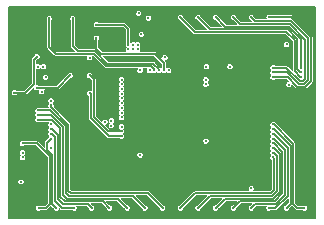
<source format=gbr>
%TF.GenerationSoftware,KiCad,Pcbnew,9.0.1-9.0.1-0~ubuntu24.04.1*%
%TF.CreationDate,2025-04-28T13:39:04+02:00*%
%TF.ProjectId,ILM139C,494c4d31-3339-4432-9e6b-696361645f70,V0.1.0*%
%TF.SameCoordinates,Original*%
%TF.FileFunction,Copper,L3,Inr*%
%TF.FilePolarity,Positive*%
%FSLAX46Y46*%
G04 Gerber Fmt 4.6, Leading zero omitted, Abs format (unit mm)*
G04 Created by KiCad (PCBNEW 9.0.1-9.0.1-0~ubuntu24.04.1) date 2025-04-28 13:39:04*
%MOMM*%
%LPD*%
G01*
G04 APERTURE LIST*
%TA.AperFunction,ViaPad*%
%ADD10C,0.250000*%
%TD*%
%TA.AperFunction,Conductor*%
%ADD11C,0.127000*%
%TD*%
G04 APERTURE END LIST*
D10*
%TO.N,SCL*%
X102300000Y-57276501D03*
X100982000Y-52433501D03*
X93400000Y-52883501D03*
%TO.N,GND*%
X103100000Y-60856501D03*
X104600000Y-60856501D03*
X107850000Y-60058501D03*
X106324000Y-64069501D03*
X103100000Y-58508501D03*
X99050000Y-53958501D03*
X111750000Y-55558501D03*
X103100000Y-63008501D03*
X107798000Y-56838501D03*
X107850000Y-57358501D03*
X102210000Y-54208501D03*
X97572000Y-63993501D03*
X103750000Y-67158501D03*
X112350000Y-55258501D03*
X109950000Y-63758501D03*
X104600000Y-62008501D03*
X98200000Y-60228501D03*
X91400000Y-52883501D03*
X103100000Y-62008501D03*
X95950000Y-62058501D03*
X103100000Y-59508501D03*
X91150000Y-60256501D03*
X98435000Y-57491501D03*
X90305000Y-63431501D03*
X101600000Y-63008501D03*
X105250000Y-67158501D03*
X92050000Y-59403501D03*
X92693000Y-63037501D03*
X100850000Y-53258501D03*
X102180000Y-55208501D03*
X101600000Y-60856501D03*
X106036000Y-53553501D03*
X104462000Y-53579501D03*
X90992000Y-68114501D03*
X105500000Y-60856501D03*
X98550000Y-64058501D03*
X100700000Y-60856501D03*
X101600000Y-59508501D03*
X98112000Y-64786501D03*
X105500000Y-59508501D03*
X97654000Y-57927501D03*
X114750000Y-62656501D03*
X100700000Y-62008501D03*
X104600000Y-59508501D03*
X91972000Y-60295501D03*
X93550000Y-59456501D03*
X94350000Y-53058501D03*
X107911000Y-59216501D03*
X91560000Y-62348501D03*
X103200000Y-55228501D03*
X95950000Y-59258501D03*
X105500000Y-58508501D03*
X107020000Y-64914501D03*
X103250000Y-52358501D03*
X109864000Y-65180501D03*
X105250000Y-65558501D03*
X101500000Y-57276501D03*
X115459000Y-64422501D03*
X100700000Y-59508501D03*
X101600000Y-58508501D03*
X99372000Y-64781501D03*
X91707000Y-56712501D03*
X115511000Y-66339501D03*
X107450000Y-60058501D03*
X100700000Y-58508501D03*
X114950000Y-66358501D03*
X108401000Y-65076501D03*
X109850000Y-60658501D03*
X100700000Y-63008501D03*
X90285000Y-66016501D03*
X99220000Y-55208501D03*
X102300000Y-64436501D03*
X114750000Y-59056501D03*
X102180000Y-56208501D03*
X115434000Y-62104501D03*
X105500000Y-62008501D03*
X91150000Y-63056501D03*
X105500000Y-63008501D03*
X99220000Y-56208501D03*
X109950000Y-59158501D03*
X114750000Y-60656501D03*
X91150000Y-61456501D03*
X114750000Y-64656501D03*
X106750000Y-67158501D03*
X109850000Y-62058501D03*
X113359000Y-60025501D03*
X92470000Y-68082501D03*
X98200000Y-63188501D03*
X101600000Y-62008501D03*
X97565000Y-59044501D03*
X106670000Y-60056501D03*
X90379000Y-61204501D03*
X92710000Y-60218501D03*
X91150000Y-62256501D03*
X92249000Y-64206501D03*
X104600000Y-58508501D03*
X104600000Y-63008501D03*
%TO.N,SDA*%
X101799000Y-52835501D03*
X102700000Y-57276501D03*
X95400000Y-52883501D03*
%TO.N,VCC*%
X100500000Y-55508501D03*
X98665000Y-61536501D03*
X100100000Y-55508501D03*
X98650000Y-61958501D03*
X100900000Y-55508501D03*
X100900000Y-55108501D03*
X97400000Y-53408501D03*
X98119000Y-61648501D03*
X100500000Y-55108501D03*
X100100000Y-55108501D03*
%TO.N,SW1*%
X99530000Y-58056501D03*
X92763000Y-59087501D03*
%TO.N,INTB*%
X103500000Y-57276501D03*
X108700000Y-56958501D03*
%TO.N,SW3*%
X99530000Y-58856501D03*
X92442000Y-56956499D03*
%TO.N,Net-(U1-ISET)*%
X101100000Y-57276501D03*
X101190000Y-54208501D03*
%TO.N,SW5*%
X93550000Y-59856501D03*
X99530000Y-59656501D03*
%TO.N,CS2*%
X99530000Y-62456501D03*
X96825000Y-57708501D03*
%TO.N,SW2*%
X92897998Y-56960197D03*
X99530000Y-58456501D03*
%TO.N,SW7*%
X93550000Y-63856501D03*
X99530000Y-60456501D03*
%TO.N,SW9*%
X91150000Y-64256501D03*
X99530000Y-61256501D03*
%TO.N,CS1*%
X99530000Y-62056501D03*
X96825000Y-56208501D03*
%TO.N,SW4*%
X93107002Y-57856501D03*
X99530000Y-59256501D03*
%TO.N,CS32*%
X106670000Y-58456501D03*
X113683000Y-58492501D03*
%TO.N,SDB*%
X106700000Y-56958501D03*
X103200000Y-56188501D03*
X101900000Y-57276501D03*
%TO.N,CS3*%
X96825000Y-59208501D03*
X99530000Y-62856501D03*
%TO.N,CS33*%
X113500000Y-55079501D03*
X106670000Y-58056501D03*
%TO.N,CS8*%
X91000000Y-66716499D03*
X101100000Y-64436501D03*
%TO.N,SW8*%
X99530000Y-60856501D03*
X91150000Y-64656501D03*
%TO.N,CS21*%
X110500000Y-67283501D03*
X106670000Y-63256501D03*
%TO.N,SW6*%
X93550000Y-61856501D03*
X99530000Y-60056501D03*
%TO.N,S1*%
X92355000Y-56115501D03*
X90458000Y-59161501D03*
%TO.N,S2*%
X92326000Y-58736501D03*
X95175000Y-57708501D03*
%TO.N,S9*%
X91150000Y-63456501D03*
X92500000Y-68933501D03*
%TO.N,S18*%
X106000000Y-68933501D03*
X112350000Y-64256501D03*
%TO.N,S17*%
X104500000Y-68933501D03*
X112350000Y-64656501D03*
%TO.N,S16*%
X93550000Y-60256501D03*
X103000000Y-68933501D03*
%TO.N,S15*%
X101500000Y-68933501D03*
X92457000Y-60655501D03*
%TO.N,S14*%
X92450000Y-61056501D03*
X100000000Y-68933501D03*
%TO.N,S13*%
X92445000Y-61456501D03*
X98500000Y-68933501D03*
%TO.N,S12*%
X97000000Y-68933501D03*
X93550000Y-62256501D03*
%TO.N,S11*%
X95500000Y-68933501D03*
X93550000Y-62656501D03*
%TO.N,S10*%
X93550000Y-63056501D03*
X94000000Y-68933501D03*
%TO.N,S24*%
X115000000Y-68933501D03*
X112350000Y-61856501D03*
%TO.N,S23*%
X112350000Y-62256501D03*
X113500000Y-68933501D03*
%TO.N,S22*%
X112350000Y-62656501D03*
X112000000Y-68933501D03*
%TO.N,S21*%
X112350000Y-63056501D03*
X110500000Y-68933501D03*
%TO.N,S20*%
X109000000Y-68933501D03*
X112350000Y-63456501D03*
%TO.N,S19*%
X107500000Y-68933501D03*
X112350000Y-63856501D03*
%TO.N,S36*%
X112350000Y-57056501D03*
X109000000Y-52783501D03*
%TO.N,S35*%
X112350000Y-57456501D03*
X110500000Y-52783501D03*
%TO.N,S34*%
X112350000Y-57856501D03*
X112000000Y-52783501D03*
%TO.N,S39*%
X104500000Y-52783501D03*
X114750000Y-57856501D03*
%TO.N,S38*%
X106000000Y-52783501D03*
X114750000Y-57456501D03*
%TO.N,S37*%
X107500000Y-52783501D03*
X114750000Y-57056501D03*
%TO.N,Net-(U1-ADDR)*%
X103100000Y-57276501D03*
X97400000Y-54533501D03*
%TD*%
D11*
%TO.N,SCL*%
X93400000Y-55317501D02*
X93400000Y-52883501D01*
X102300000Y-57276501D02*
X102300000Y-57196375D01*
X98235059Y-56937001D02*
X97167060Y-55869001D01*
X93951500Y-55869001D02*
X93400000Y-55317501D01*
X102300000Y-57196375D02*
X102040626Y-56937001D01*
X102040626Y-56937001D02*
X98235059Y-56937001D01*
X97167060Y-55869001D02*
X93951500Y-55869001D01*
%TO.N,SDA*%
X95832500Y-55641001D02*
X97261500Y-55641001D01*
X95400000Y-55208501D02*
X95832500Y-55641001D01*
X95400000Y-52883501D02*
X95400000Y-55208501D01*
X102700000Y-57196375D02*
X102700000Y-57276501D01*
X97261500Y-55641001D02*
X98329500Y-56709001D01*
X102212626Y-56709001D02*
X102700000Y-57196375D01*
X98329500Y-56709001D02*
X102212626Y-56709001D01*
%TO.N,VCC*%
X99750000Y-53408501D02*
X100100000Y-53758501D01*
X100100000Y-53758501D02*
X100100000Y-55108501D01*
X97400000Y-53408501D02*
X99750000Y-53408501D01*
%TO.N,CS2*%
X97164500Y-58048001D02*
X96825000Y-57708501D01*
X99530000Y-62456501D02*
X98389000Y-62456501D01*
X97164500Y-61232001D02*
X97164500Y-58048001D01*
X98389000Y-62456501D02*
X97164500Y-61232001D01*
%TO.N,CS3*%
X96936500Y-59320001D02*
X96825000Y-59208501D01*
X96936500Y-61326441D02*
X96936500Y-59320001D01*
X98465000Y-62856501D02*
X97014000Y-61405501D01*
X99530000Y-62856501D02*
X98465000Y-62856501D01*
X97014000Y-61405501D02*
X97014000Y-61403942D01*
X97014000Y-61403942D02*
X96936500Y-61326441D01*
%TO.N,S1*%
X92102500Y-56368001D02*
X92355000Y-56115501D01*
X90458000Y-59161501D02*
X91384000Y-59161501D01*
X92102500Y-58443001D02*
X92102500Y-56368001D01*
X91384000Y-59161501D02*
X92102500Y-58443001D01*
%TO.N,S2*%
X92326000Y-58736501D02*
X94147000Y-58736501D01*
X94147000Y-58736501D02*
X95175000Y-57708501D01*
%TO.N,S9*%
X93433500Y-64542567D02*
X93433500Y-68592001D01*
X91150000Y-63456501D02*
X92347434Y-63456501D01*
X93433500Y-68592001D02*
X93092000Y-68933501D01*
X93092000Y-68933501D02*
X92500000Y-68933501D01*
X92347434Y-63456501D02*
X93433500Y-64542567D01*
%TO.N,S18*%
X107026500Y-67910001D02*
X106003000Y-68933501D01*
X112430126Y-64256501D02*
X112689500Y-64515875D01*
X112689500Y-64515875D02*
X112689500Y-67511241D01*
X112689500Y-67511241D02*
X112290740Y-67910001D01*
X112290740Y-67910001D02*
X107026500Y-67910001D01*
X106003000Y-68933501D02*
X106000000Y-68933501D01*
X112350000Y-64256501D02*
X112430126Y-64256501D01*
%TO.N,S17*%
X112196300Y-67682001D02*
X105747500Y-67682001D01*
X104500000Y-68929501D02*
X104500000Y-68933501D01*
X112350000Y-64656501D02*
X112461500Y-64768001D01*
X105747500Y-67682001D02*
X104500000Y-68929501D01*
X112461500Y-67416801D02*
X112196300Y-67682001D01*
X112461500Y-64768001D02*
X112461500Y-67416801D01*
%TO.N,S16*%
X95029500Y-67506001D02*
X95205500Y-67682001D01*
X93550000Y-60256501D02*
X93550000Y-60409054D01*
X93550000Y-60409054D02*
X95029500Y-61888554D01*
X101748500Y-67682001D02*
X103000000Y-68933501D01*
X95205500Y-67682001D02*
X101748500Y-67682001D01*
X95029500Y-61888554D02*
X95029500Y-67506001D01*
%TO.N,S15*%
X94801500Y-67662001D02*
X94801500Y-61982995D01*
X100476500Y-67910001D02*
X95049500Y-67910001D01*
X93474006Y-60655501D02*
X92457000Y-60655501D01*
X101500000Y-68933501D02*
X100476500Y-67910001D01*
X94801500Y-61982995D02*
X93474006Y-60655501D01*
X95049500Y-67910001D02*
X94801500Y-67662001D01*
%TO.N,S14*%
X100000000Y-68933501D02*
X99204500Y-68138001D01*
X94883500Y-68138001D02*
X94573500Y-67828001D01*
X94573500Y-62077435D02*
X93552566Y-61056501D01*
X94573500Y-67828001D02*
X94573500Y-62077435D01*
X99204500Y-68138001D02*
X94883500Y-68138001D01*
X93552566Y-61056501D02*
X92450000Y-61056501D01*
%TO.N,S13*%
X93630126Y-61456501D02*
X92445000Y-61456501D01*
X94345500Y-67987001D02*
X94345500Y-62171875D01*
X94724500Y-68366001D02*
X94345500Y-67987001D01*
X98500000Y-68933501D02*
X97932500Y-68366001D01*
X97932500Y-68366001D02*
X94724500Y-68366001D01*
X94345500Y-62171875D02*
X93630126Y-61456501D01*
%TO.N,S12*%
X94530500Y-68594001D02*
X96660500Y-68594001D01*
X94117500Y-68181001D02*
X94530500Y-68594001D01*
X93630126Y-62256501D02*
X94117500Y-62743875D01*
X94117500Y-62743875D02*
X94117500Y-68181001D01*
X96660500Y-68594001D02*
X97000000Y-68933501D01*
X93550000Y-62256501D02*
X93630126Y-62256501D01*
%TO.N,S11*%
X93550000Y-62656501D02*
X93630126Y-62656501D01*
X93630126Y-62656501D02*
X93889500Y-62915875D01*
X93889500Y-68342875D02*
X94480126Y-68933501D01*
X93889500Y-62915875D02*
X93889500Y-68342875D01*
X94480126Y-68933501D02*
X95500000Y-68933501D01*
%TO.N,S10*%
X93210500Y-63396001D02*
X93210500Y-63997127D01*
X93550000Y-63056501D02*
X93210500Y-63396001D01*
X93210500Y-63997127D02*
X93661500Y-64448127D01*
X93661500Y-64448127D02*
X93661500Y-68595001D01*
X93661500Y-68595001D02*
X94000000Y-68933501D01*
%TO.N,S24*%
X112350000Y-61856501D02*
X112430126Y-61856501D01*
X114057500Y-63483875D02*
X114057500Y-68589001D01*
X114057500Y-68589001D02*
X114402000Y-68933501D01*
X112430126Y-61856501D02*
X114057500Y-63483875D01*
X114402000Y-68933501D02*
X115000000Y-68933501D01*
%TO.N,S23*%
X113829500Y-68596001D02*
X113500000Y-68925501D01*
X112350000Y-62256501D02*
X112430126Y-62256501D01*
X112430126Y-62256501D02*
X113829500Y-63655875D01*
X113500000Y-68925501D02*
X113500000Y-68933501D01*
X113829500Y-63655875D02*
X113829500Y-68596001D01*
%TO.N,S22*%
X113601500Y-67889001D02*
X112557000Y-68933501D01*
X113601500Y-63827875D02*
X113601500Y-67889001D01*
X112350000Y-62656501D02*
X112430126Y-62656501D01*
X112557000Y-68933501D02*
X112000000Y-68933501D01*
X112430126Y-62656501D02*
X113601500Y-63827875D01*
%TO.N,S21*%
X112350000Y-63056501D02*
X112430126Y-63056501D01*
X110500000Y-68932501D02*
X110500000Y-68933501D01*
X112574060Y-68594001D02*
X110838500Y-68594001D01*
X113373500Y-63999875D02*
X113373500Y-67794561D01*
X113373500Y-67794561D02*
X112574060Y-68594001D01*
X112430126Y-63056501D02*
X113373500Y-63999875D01*
X110838500Y-68594001D02*
X110500000Y-68932501D01*
%TO.N,S20*%
X113145500Y-67700121D02*
X112479620Y-68366001D01*
X113145500Y-64171875D02*
X113145500Y-67700121D01*
X112479620Y-68366001D02*
X109569500Y-68366001D01*
X112350000Y-63456501D02*
X112430126Y-63456501D01*
X109569500Y-68366001D02*
X109002000Y-68933501D01*
X112430126Y-63456501D02*
X113145500Y-64171875D01*
X109002000Y-68933501D02*
X109000000Y-68933501D01*
%TO.N,S19*%
X112917500Y-64343875D02*
X112917500Y-67605681D01*
X112917500Y-67605681D02*
X112385180Y-68138001D01*
X112430126Y-63856501D02*
X112917500Y-64343875D01*
X112350000Y-63856501D02*
X112430126Y-63856501D01*
X112385180Y-68138001D02*
X108293500Y-68138001D01*
X107500000Y-68931501D02*
X107500000Y-68933501D01*
X108293500Y-68138001D02*
X107500000Y-68931501D01*
%TO.N,S36*%
X114890626Y-58196001D02*
X115089500Y-57997127D01*
X115089500Y-54670881D02*
X113769620Y-53351001D01*
X113469874Y-57056501D02*
X114609374Y-58196001D01*
X114609374Y-58196001D02*
X114890626Y-58196001D01*
X113769620Y-53351001D02*
X109567500Y-53351001D01*
X112350000Y-57056501D02*
X113469874Y-57056501D01*
X109567500Y-53351001D02*
X109000000Y-52783501D01*
X115089500Y-57997127D02*
X115089500Y-54670881D01*
%TO.N,S35*%
X113547434Y-57456501D02*
X114514934Y-58424001D01*
X112350000Y-57456501D02*
X113547434Y-57456501D01*
X115317500Y-58091567D02*
X115317500Y-54576441D01*
X114985067Y-58424001D02*
X115317500Y-58091567D01*
X113864060Y-53123001D02*
X110839500Y-53123001D01*
X110839500Y-53123001D02*
X110500000Y-52783501D01*
X115317500Y-54576441D02*
X113864060Y-53123001D01*
X114514934Y-58424001D02*
X114985067Y-58424001D01*
%TO.N,S34*%
X115545500Y-54482001D02*
X115545500Y-57207501D01*
X115545500Y-57207501D02*
X115545501Y-58186007D01*
X115545501Y-58186007D02*
X115079508Y-58652001D01*
X114420494Y-58652001D02*
X113624994Y-57856501D01*
X113624994Y-57856501D02*
X112350000Y-57856501D01*
X112000000Y-52783501D02*
X113847000Y-52783501D01*
X113847000Y-52783501D02*
X115545500Y-54482001D01*
X115079508Y-58652001D02*
X114420494Y-58652001D01*
%TO.N,S39*%
X114669874Y-57856501D02*
X114182500Y-57369127D01*
X105751500Y-54035001D02*
X104500000Y-52783501D01*
X114182500Y-57369127D02*
X114182500Y-54731201D01*
X114182500Y-54731201D02*
X113486300Y-54035001D01*
X113486300Y-54035001D02*
X105751500Y-54035001D01*
X114750000Y-57856501D02*
X114669874Y-57856501D01*
%TO.N,S38*%
X114669874Y-57456501D02*
X114410500Y-57197127D01*
X114750000Y-57456501D02*
X114669874Y-57456501D01*
X114410500Y-54636761D02*
X113580740Y-53807001D01*
X113580740Y-53807001D02*
X107023500Y-53807001D01*
X114410500Y-57197127D02*
X114410500Y-54636761D01*
X107023500Y-53807001D02*
X106000000Y-52783501D01*
%TO.N,S37*%
X108295500Y-53579001D02*
X107500000Y-52783501D01*
X114750000Y-54653821D02*
X113675180Y-53579001D01*
X114750000Y-57056501D02*
X114750000Y-54653821D01*
X113675180Y-53579001D02*
X108295500Y-53579001D01*
%TO.N,Net-(U1-ADDR)*%
X97811940Y-55869001D02*
X97400000Y-55457060D01*
X97400000Y-55457060D02*
X97400000Y-54533501D01*
X103100000Y-57276501D02*
X103100000Y-56648375D01*
X102320626Y-55869001D02*
X97811940Y-55869001D01*
X103100000Y-56648375D02*
X102320626Y-55869001D01*
%TD*%
%TA.AperFunction,Conductor*%
%TO.N,GND*%
G36*
X102267047Y-56047353D02*
G01*
X102921648Y-56701954D01*
X102936000Y-56736602D01*
X102936000Y-57075298D01*
X102929568Y-57090823D01*
X102924493Y-57106846D01*
X102922504Y-57107877D01*
X102921648Y-57109946D01*
X102906119Y-57116378D01*
X102891203Y-57124117D01*
X102889200Y-57123386D01*
X102887000Y-57124298D01*
X102855452Y-57112791D01*
X102853837Y-57111432D01*
X102827736Y-57085331D01*
X102818049Y-57081318D01*
X102812252Y-57076440D01*
X102811637Y-57075256D01*
X102809152Y-57073595D01*
X102790109Y-57054552D01*
X102790102Y-57054546D01*
X102358551Y-56622995D01*
X102358550Y-56622993D01*
X102358550Y-56622994D01*
X102351659Y-56616102D01*
X102305525Y-56569968D01*
X102305522Y-56569966D01*
X102287871Y-56562656D01*
X102287869Y-56562654D01*
X102287869Y-56562655D01*
X102245249Y-56545000D01*
X102245248Y-56545000D01*
X102180004Y-56545000D01*
X102174303Y-56545000D01*
X102174295Y-56545001D01*
X98417727Y-56545001D01*
X98383079Y-56530649D01*
X97969079Y-56116649D01*
X97954727Y-56082001D01*
X97969079Y-56047353D01*
X98003727Y-56033001D01*
X102232399Y-56033001D01*
X102267047Y-56047353D01*
G37*
%TD.AperFunction*%
%TA.AperFunction,Conductor*%
G36*
X115935148Y-51873353D02*
G01*
X115949500Y-51908001D01*
X115949500Y-69809001D01*
X115935148Y-69843649D01*
X115900500Y-69858001D01*
X89999500Y-69858001D01*
X89964852Y-69843649D01*
X89950500Y-69809001D01*
X89950500Y-66671642D01*
X90774500Y-66671642D01*
X90774500Y-66671644D01*
X90774500Y-66761354D01*
X90774500Y-66761356D01*
X90774501Y-66761357D01*
X90808830Y-66844235D01*
X90808832Y-66844238D01*
X90872261Y-66907667D01*
X90872263Y-66907668D01*
X90872264Y-66907669D01*
X90955145Y-66941999D01*
X90955147Y-66941999D01*
X91044853Y-66941999D01*
X91044855Y-66941999D01*
X91127736Y-66907669D01*
X91127737Y-66907667D01*
X91127739Y-66907667D01*
X91191168Y-66844238D01*
X91191168Y-66844236D01*
X91191170Y-66844235D01*
X91225500Y-66761354D01*
X91225500Y-66671644D01*
X91191170Y-66588763D01*
X91191169Y-66588762D01*
X91191168Y-66588760D01*
X91127739Y-66525331D01*
X91127736Y-66525329D01*
X91044858Y-66491000D01*
X91044856Y-66490999D01*
X91044855Y-66490999D01*
X90955145Y-66490999D01*
X90955143Y-66490999D01*
X90955141Y-66491000D01*
X90872263Y-66525329D01*
X90808830Y-66588762D01*
X90774501Y-66671640D01*
X90774500Y-66671642D01*
X89950500Y-66671642D01*
X89950500Y-64211644D01*
X90924500Y-64211644D01*
X90924500Y-64211646D01*
X90924500Y-64301356D01*
X90924500Y-64301358D01*
X90924501Y-64301359D01*
X90958830Y-64384237D01*
X90958832Y-64384240D01*
X90996445Y-64421853D01*
X91010797Y-64456501D01*
X90996445Y-64491149D01*
X90958830Y-64528764D01*
X90924501Y-64611642D01*
X90924500Y-64611644D01*
X90924500Y-64611646D01*
X90924500Y-64701356D01*
X90924500Y-64701358D01*
X90924501Y-64701359D01*
X90958830Y-64784237D01*
X90958832Y-64784240D01*
X91022261Y-64847669D01*
X91022263Y-64847670D01*
X91022264Y-64847671D01*
X91105145Y-64882001D01*
X91105147Y-64882001D01*
X91194853Y-64882001D01*
X91194855Y-64882001D01*
X91277736Y-64847671D01*
X91277737Y-64847669D01*
X91277739Y-64847669D01*
X91341168Y-64784240D01*
X91341168Y-64784238D01*
X91341170Y-64784237D01*
X91375500Y-64701356D01*
X91375500Y-64611646D01*
X91341170Y-64528765D01*
X91341169Y-64528764D01*
X91341168Y-64528762D01*
X91303555Y-64491149D01*
X91289203Y-64456501D01*
X91303555Y-64421853D01*
X91341168Y-64384240D01*
X91341168Y-64384238D01*
X91341170Y-64384237D01*
X91375500Y-64301356D01*
X91375500Y-64211646D01*
X91341170Y-64128765D01*
X91341169Y-64128764D01*
X91341168Y-64128762D01*
X91277739Y-64065333D01*
X91277736Y-64065331D01*
X91194858Y-64031002D01*
X91194856Y-64031001D01*
X91194855Y-64031001D01*
X91105145Y-64031001D01*
X91105143Y-64031001D01*
X91105141Y-64031002D01*
X91022263Y-64065331D01*
X90958830Y-64128764D01*
X90924501Y-64211642D01*
X90924500Y-64211644D01*
X89950500Y-64211644D01*
X89950500Y-63411644D01*
X90924500Y-63411644D01*
X90924500Y-63411646D01*
X90924500Y-63501356D01*
X90924500Y-63501358D01*
X90924501Y-63501359D01*
X90958830Y-63584237D01*
X90958832Y-63584240D01*
X91022261Y-63647669D01*
X91022263Y-63647670D01*
X91022264Y-63647671D01*
X91105145Y-63682001D01*
X91105147Y-63682001D01*
X91194853Y-63682001D01*
X91194855Y-63682001D01*
X91277736Y-63647671D01*
X91290553Y-63634854D01*
X91325200Y-63620501D01*
X92259207Y-63620501D01*
X92293855Y-63634853D01*
X93255148Y-64596146D01*
X93269500Y-64630794D01*
X93269500Y-68503774D01*
X93255148Y-68538422D01*
X93038421Y-68755149D01*
X93003773Y-68769501D01*
X92675202Y-68769501D01*
X92640554Y-68755149D01*
X92640553Y-68755148D01*
X92627738Y-68742332D01*
X92627736Y-68742331D01*
X92544858Y-68708002D01*
X92544856Y-68708001D01*
X92544855Y-68708001D01*
X92455145Y-68708001D01*
X92455143Y-68708001D01*
X92455141Y-68708002D01*
X92372263Y-68742331D01*
X92308830Y-68805764D01*
X92274501Y-68888642D01*
X92274500Y-68888644D01*
X92274500Y-68888646D01*
X92274500Y-68978356D01*
X92274500Y-68978358D01*
X92274501Y-68978359D01*
X92308830Y-69061237D01*
X92308832Y-69061240D01*
X92372261Y-69124669D01*
X92372263Y-69124670D01*
X92372264Y-69124671D01*
X92455145Y-69159001D01*
X92455147Y-69159001D01*
X92544853Y-69159001D01*
X92544855Y-69159001D01*
X92627736Y-69124671D01*
X92640553Y-69111854D01*
X92675200Y-69097501D01*
X93053669Y-69097501D01*
X93053677Y-69097502D01*
X93059378Y-69097502D01*
X93124621Y-69097502D01*
X93124622Y-69097502D01*
X93167243Y-69079846D01*
X93184899Y-69072534D01*
X93231033Y-69026400D01*
X93231033Y-69026399D01*
X93237922Y-69019510D01*
X93237924Y-69019507D01*
X93511352Y-68746078D01*
X93545999Y-68731727D01*
X93580647Y-68746079D01*
X93760148Y-68925580D01*
X93774500Y-68960228D01*
X93774500Y-68978356D01*
X93774500Y-68978358D01*
X93774501Y-68978359D01*
X93808830Y-69061237D01*
X93808832Y-69061240D01*
X93872261Y-69124669D01*
X93872263Y-69124670D01*
X93872264Y-69124671D01*
X93955145Y-69159001D01*
X93955147Y-69159001D01*
X94044853Y-69159001D01*
X94044855Y-69159001D01*
X94127736Y-69124671D01*
X94127737Y-69124669D01*
X94127739Y-69124669D01*
X94191168Y-69061240D01*
X94191168Y-69061238D01*
X94191170Y-69061237D01*
X94217222Y-68998340D01*
X94224113Y-68991449D01*
X94227843Y-68982445D01*
X94236846Y-68978715D01*
X94243739Y-68971823D01*
X94253486Y-68971823D01*
X94262491Y-68968093D01*
X94271496Y-68971823D01*
X94281242Y-68971823D01*
X94297139Y-68982445D01*
X94338297Y-69023603D01*
X94338300Y-69023607D01*
X94338301Y-69023607D01*
X94341092Y-69026398D01*
X94341093Y-69026400D01*
X94387227Y-69072534D01*
X94447504Y-69097501D01*
X95324798Y-69097501D01*
X95359446Y-69111853D01*
X95359447Y-69111854D01*
X95372261Y-69124669D01*
X95372263Y-69124670D01*
X95372264Y-69124671D01*
X95455145Y-69159001D01*
X95455147Y-69159001D01*
X95544853Y-69159001D01*
X95544855Y-69159001D01*
X95627736Y-69124671D01*
X95627737Y-69124669D01*
X95627739Y-69124669D01*
X95691168Y-69061240D01*
X95691168Y-69061238D01*
X95691170Y-69061237D01*
X95725500Y-68978356D01*
X95725500Y-68888646D01*
X95699449Y-68825752D01*
X95699449Y-68788249D01*
X95725968Y-68761731D01*
X95744719Y-68758001D01*
X96572273Y-68758001D01*
X96606921Y-68772353D01*
X96760148Y-68925580D01*
X96774500Y-68960228D01*
X96774500Y-68978356D01*
X96774500Y-68978358D01*
X96774501Y-68978359D01*
X96808830Y-69061237D01*
X96808832Y-69061240D01*
X96872261Y-69124669D01*
X96872263Y-69124670D01*
X96872264Y-69124671D01*
X96955145Y-69159001D01*
X96955147Y-69159001D01*
X97044853Y-69159001D01*
X97044855Y-69159001D01*
X97127736Y-69124671D01*
X97127737Y-69124669D01*
X97127739Y-69124669D01*
X97191168Y-69061240D01*
X97191168Y-69061238D01*
X97191170Y-69061237D01*
X97225500Y-68978356D01*
X97225500Y-68888646D01*
X97191170Y-68805765D01*
X97191169Y-68805764D01*
X97191168Y-68805762D01*
X97127739Y-68742333D01*
X97127736Y-68742331D01*
X97044858Y-68708002D01*
X97044856Y-68708001D01*
X97044855Y-68708001D01*
X97044853Y-68708001D01*
X97026727Y-68708001D01*
X96992079Y-68693649D01*
X96912079Y-68613649D01*
X96897727Y-68579001D01*
X96912079Y-68544353D01*
X96946727Y-68530001D01*
X97844273Y-68530001D01*
X97878921Y-68544353D01*
X98260148Y-68925580D01*
X98274500Y-68960228D01*
X98274500Y-68978356D01*
X98274500Y-68978358D01*
X98274501Y-68978359D01*
X98308830Y-69061237D01*
X98308832Y-69061240D01*
X98372261Y-69124669D01*
X98372263Y-69124670D01*
X98372264Y-69124671D01*
X98455145Y-69159001D01*
X98455147Y-69159001D01*
X98544853Y-69159001D01*
X98544855Y-69159001D01*
X98627736Y-69124671D01*
X98627737Y-69124669D01*
X98627739Y-69124669D01*
X98691168Y-69061240D01*
X98691168Y-69061238D01*
X98691170Y-69061237D01*
X98725500Y-68978356D01*
X98725500Y-68888646D01*
X98691170Y-68805765D01*
X98691169Y-68805764D01*
X98691168Y-68805762D01*
X98627739Y-68742333D01*
X98627736Y-68742331D01*
X98544858Y-68708002D01*
X98544856Y-68708001D01*
X98544855Y-68708001D01*
X98544853Y-68708001D01*
X98526727Y-68708001D01*
X98492079Y-68693649D01*
X98184079Y-68385649D01*
X98169727Y-68351001D01*
X98184079Y-68316353D01*
X98218727Y-68302001D01*
X99116273Y-68302001D01*
X99150921Y-68316353D01*
X99760148Y-68925580D01*
X99774500Y-68960228D01*
X99774500Y-68978356D01*
X99774500Y-68978358D01*
X99774501Y-68978359D01*
X99808830Y-69061237D01*
X99808832Y-69061240D01*
X99872261Y-69124669D01*
X99872263Y-69124670D01*
X99872264Y-69124671D01*
X99955145Y-69159001D01*
X99955147Y-69159001D01*
X100044853Y-69159001D01*
X100044855Y-69159001D01*
X100127736Y-69124671D01*
X100127737Y-69124669D01*
X100127739Y-69124669D01*
X100191168Y-69061240D01*
X100191168Y-69061238D01*
X100191170Y-69061237D01*
X100225500Y-68978356D01*
X100225500Y-68888646D01*
X100191170Y-68805765D01*
X100191169Y-68805764D01*
X100191168Y-68805762D01*
X100127739Y-68742333D01*
X100127736Y-68742331D01*
X100044858Y-68708002D01*
X100044856Y-68708001D01*
X100044855Y-68708001D01*
X100044853Y-68708001D01*
X100026727Y-68708001D01*
X99992079Y-68693649D01*
X99456079Y-68157649D01*
X99441727Y-68123001D01*
X99456079Y-68088353D01*
X99490727Y-68074001D01*
X100388273Y-68074001D01*
X100422921Y-68088353D01*
X101260148Y-68925580D01*
X101274500Y-68960228D01*
X101274500Y-68978356D01*
X101274500Y-68978358D01*
X101274501Y-68978359D01*
X101308830Y-69061237D01*
X101308832Y-69061240D01*
X101372261Y-69124669D01*
X101372263Y-69124670D01*
X101372264Y-69124671D01*
X101455145Y-69159001D01*
X101455147Y-69159001D01*
X101544853Y-69159001D01*
X101544855Y-69159001D01*
X101627736Y-69124671D01*
X101627737Y-69124669D01*
X101627739Y-69124669D01*
X101691168Y-69061240D01*
X101691168Y-69061238D01*
X101691170Y-69061237D01*
X101725500Y-68978356D01*
X101725500Y-68888646D01*
X101691170Y-68805765D01*
X101691169Y-68805764D01*
X101691168Y-68805762D01*
X101627739Y-68742333D01*
X101627736Y-68742331D01*
X101544858Y-68708002D01*
X101544856Y-68708001D01*
X101544855Y-68708001D01*
X101544853Y-68708001D01*
X101526727Y-68708001D01*
X101492079Y-68693649D01*
X100728079Y-67929649D01*
X100713727Y-67895001D01*
X100728079Y-67860353D01*
X100762727Y-67846001D01*
X101660273Y-67846001D01*
X101694921Y-67860353D01*
X102760148Y-68925580D01*
X102774500Y-68960228D01*
X102774500Y-68978356D01*
X102774500Y-68978358D01*
X102774501Y-68978359D01*
X102808830Y-69061237D01*
X102808832Y-69061240D01*
X102872261Y-69124669D01*
X102872263Y-69124670D01*
X102872264Y-69124671D01*
X102955145Y-69159001D01*
X102955147Y-69159001D01*
X103044853Y-69159001D01*
X103044855Y-69159001D01*
X103127736Y-69124671D01*
X103127737Y-69124669D01*
X103127739Y-69124669D01*
X103191168Y-69061240D01*
X103191168Y-69061238D01*
X103191170Y-69061237D01*
X103225500Y-68978356D01*
X103225500Y-68888646D01*
X103225499Y-68888644D01*
X104274500Y-68888644D01*
X104274500Y-68888646D01*
X104274500Y-68978356D01*
X104274500Y-68978358D01*
X104274501Y-68978359D01*
X104308830Y-69061237D01*
X104308832Y-69061240D01*
X104372261Y-69124669D01*
X104372263Y-69124670D01*
X104372264Y-69124671D01*
X104455145Y-69159001D01*
X104455147Y-69159001D01*
X104544853Y-69159001D01*
X104544855Y-69159001D01*
X104627736Y-69124671D01*
X104627737Y-69124669D01*
X104627739Y-69124669D01*
X104691168Y-69061240D01*
X104691168Y-69061238D01*
X104691170Y-69061237D01*
X104725500Y-68978356D01*
X104725500Y-68956228D01*
X104739852Y-68921580D01*
X105801079Y-67860353D01*
X105835727Y-67846001D01*
X106740273Y-67846001D01*
X106774921Y-67860353D01*
X106789273Y-67895001D01*
X106774921Y-67929649D01*
X106010921Y-68693649D01*
X105976273Y-68708001D01*
X105955145Y-68708001D01*
X105955143Y-68708001D01*
X105955141Y-68708002D01*
X105872263Y-68742331D01*
X105808830Y-68805764D01*
X105774501Y-68888642D01*
X105774500Y-68888644D01*
X105774500Y-68888646D01*
X105774500Y-68978356D01*
X105774500Y-68978358D01*
X105774501Y-68978359D01*
X105808830Y-69061237D01*
X105808832Y-69061240D01*
X105872261Y-69124669D01*
X105872263Y-69124670D01*
X105872264Y-69124671D01*
X105955145Y-69159001D01*
X105955147Y-69159001D01*
X106044853Y-69159001D01*
X106044855Y-69159001D01*
X106127736Y-69124671D01*
X106127737Y-69124669D01*
X106127739Y-69124669D01*
X106191168Y-69061240D01*
X106191168Y-69061238D01*
X106191170Y-69061237D01*
X106225500Y-68978356D01*
X106225500Y-68963228D01*
X106239852Y-68928580D01*
X107080079Y-68088353D01*
X107114727Y-68074001D01*
X108007273Y-68074001D01*
X108041921Y-68088353D01*
X108056273Y-68123001D01*
X108041921Y-68157649D01*
X107505921Y-68693649D01*
X107471273Y-68708001D01*
X107455145Y-68708001D01*
X107455143Y-68708001D01*
X107455141Y-68708002D01*
X107372263Y-68742331D01*
X107308830Y-68805764D01*
X107274501Y-68888642D01*
X107274500Y-68888644D01*
X107274500Y-68888646D01*
X107274500Y-68978356D01*
X107274500Y-68978358D01*
X107274501Y-68978359D01*
X107308830Y-69061237D01*
X107308832Y-69061240D01*
X107372261Y-69124669D01*
X107372263Y-69124670D01*
X107372264Y-69124671D01*
X107455145Y-69159001D01*
X107455147Y-69159001D01*
X107544853Y-69159001D01*
X107544855Y-69159001D01*
X107627736Y-69124671D01*
X107627737Y-69124669D01*
X107627739Y-69124669D01*
X107691168Y-69061240D01*
X107691168Y-69061238D01*
X107691170Y-69061237D01*
X107725500Y-68978356D01*
X107725500Y-68958228D01*
X107739852Y-68923580D01*
X108347079Y-68316353D01*
X108381727Y-68302001D01*
X109283273Y-68302001D01*
X109317921Y-68316353D01*
X109332273Y-68351001D01*
X109317921Y-68385649D01*
X109009921Y-68693649D01*
X108975273Y-68708001D01*
X108955145Y-68708001D01*
X108955143Y-68708001D01*
X108955141Y-68708002D01*
X108872263Y-68742331D01*
X108808830Y-68805764D01*
X108774501Y-68888642D01*
X108774500Y-68888644D01*
X108774500Y-68888646D01*
X108774500Y-68978356D01*
X108774500Y-68978358D01*
X108774501Y-68978359D01*
X108808830Y-69061237D01*
X108808832Y-69061240D01*
X108872261Y-69124669D01*
X108872263Y-69124670D01*
X108872264Y-69124671D01*
X108955145Y-69159001D01*
X108955147Y-69159001D01*
X109044853Y-69159001D01*
X109044855Y-69159001D01*
X109127736Y-69124671D01*
X109127737Y-69124669D01*
X109127739Y-69124669D01*
X109191168Y-69061240D01*
X109191168Y-69061238D01*
X109191170Y-69061237D01*
X109225500Y-68978356D01*
X109225500Y-68962228D01*
X109239852Y-68927580D01*
X109623079Y-68544353D01*
X109657727Y-68530001D01*
X110552273Y-68530001D01*
X110586921Y-68544353D01*
X110601273Y-68579001D01*
X110586921Y-68613649D01*
X110506921Y-68693649D01*
X110472273Y-68708001D01*
X110455145Y-68708001D01*
X110455143Y-68708001D01*
X110455141Y-68708002D01*
X110372263Y-68742331D01*
X110308830Y-68805764D01*
X110274501Y-68888642D01*
X110274500Y-68888644D01*
X110274500Y-68888646D01*
X110274500Y-68978356D01*
X110274500Y-68978358D01*
X110274501Y-68978359D01*
X110308830Y-69061237D01*
X110308832Y-69061240D01*
X110372261Y-69124669D01*
X110372263Y-69124670D01*
X110372264Y-69124671D01*
X110455145Y-69159001D01*
X110455147Y-69159001D01*
X110544853Y-69159001D01*
X110544855Y-69159001D01*
X110627736Y-69124671D01*
X110627737Y-69124669D01*
X110627739Y-69124669D01*
X110691168Y-69061240D01*
X110691168Y-69061238D01*
X110691170Y-69061237D01*
X110725500Y-68978356D01*
X110725500Y-68959228D01*
X110739852Y-68924580D01*
X110892079Y-68772353D01*
X110926727Y-68758001D01*
X111755281Y-68758001D01*
X111789929Y-68772353D01*
X111804281Y-68807001D01*
X111800551Y-68825752D01*
X111774501Y-68888642D01*
X111774500Y-68888644D01*
X111774500Y-68888646D01*
X111774500Y-68978356D01*
X111774500Y-68978358D01*
X111774501Y-68978359D01*
X111808830Y-69061237D01*
X111808832Y-69061240D01*
X111872261Y-69124669D01*
X111872263Y-69124670D01*
X111872264Y-69124671D01*
X111955145Y-69159001D01*
X111955147Y-69159001D01*
X112044853Y-69159001D01*
X112044855Y-69159001D01*
X112127736Y-69124671D01*
X112140553Y-69111854D01*
X112175200Y-69097501D01*
X112518669Y-69097501D01*
X112518677Y-69097502D01*
X112524378Y-69097502D01*
X112589621Y-69097502D01*
X112589622Y-69097502D01*
X112632243Y-69079846D01*
X112649899Y-69072534D01*
X112696033Y-69026400D01*
X112696033Y-69026399D01*
X112702922Y-69019510D01*
X112702923Y-69019507D01*
X113581853Y-68140578D01*
X113616500Y-68126227D01*
X113651148Y-68140579D01*
X113665500Y-68175227D01*
X113665500Y-68507774D01*
X113651148Y-68542422D01*
X113499921Y-68693649D01*
X113465273Y-68708001D01*
X113455145Y-68708001D01*
X113455143Y-68708001D01*
X113455141Y-68708002D01*
X113372263Y-68742331D01*
X113308830Y-68805764D01*
X113274501Y-68888642D01*
X113274500Y-68888644D01*
X113274500Y-68888646D01*
X113274500Y-68978356D01*
X113274500Y-68978358D01*
X113274501Y-68978359D01*
X113308830Y-69061237D01*
X113308832Y-69061240D01*
X113372261Y-69124669D01*
X113372263Y-69124670D01*
X113372264Y-69124671D01*
X113455145Y-69159001D01*
X113455147Y-69159001D01*
X113544853Y-69159001D01*
X113544855Y-69159001D01*
X113627736Y-69124671D01*
X113627737Y-69124669D01*
X113627739Y-69124669D01*
X113691168Y-69061240D01*
X113691168Y-69061238D01*
X113691170Y-69061237D01*
X113725500Y-68978356D01*
X113725500Y-68952227D01*
X113739851Y-68917580D01*
X113912352Y-68745078D01*
X113946999Y-68730727D01*
X113981647Y-68745079D01*
X114260171Y-69023603D01*
X114260174Y-69023607D01*
X114260175Y-69023607D01*
X114262966Y-69026398D01*
X114262967Y-69026400D01*
X114309101Y-69072534D01*
X114332638Y-69082283D01*
X114369379Y-69097502D01*
X114369381Y-69097502D01*
X114440323Y-69097502D01*
X114440331Y-69097501D01*
X114824798Y-69097501D01*
X114859446Y-69111853D01*
X114859447Y-69111854D01*
X114872261Y-69124669D01*
X114872263Y-69124670D01*
X114872264Y-69124671D01*
X114955145Y-69159001D01*
X114955147Y-69159001D01*
X115044853Y-69159001D01*
X115044855Y-69159001D01*
X115127736Y-69124671D01*
X115127737Y-69124669D01*
X115127739Y-69124669D01*
X115191168Y-69061240D01*
X115191168Y-69061238D01*
X115191170Y-69061237D01*
X115225500Y-68978356D01*
X115225500Y-68888646D01*
X115191170Y-68805765D01*
X115191169Y-68805764D01*
X115191168Y-68805762D01*
X115127739Y-68742333D01*
X115127736Y-68742331D01*
X115044858Y-68708002D01*
X115044856Y-68708001D01*
X115044855Y-68708001D01*
X114955145Y-68708001D01*
X114955143Y-68708001D01*
X114955141Y-68708002D01*
X114872263Y-68742331D01*
X114872261Y-68742332D01*
X114859447Y-68755148D01*
X114824800Y-68769501D01*
X114490227Y-68769501D01*
X114455579Y-68755149D01*
X114235852Y-68535422D01*
X114221500Y-68500774D01*
X114221500Y-63451252D01*
X114212127Y-63428625D01*
X114196533Y-63390976D01*
X114150399Y-63344842D01*
X114150397Y-63344841D01*
X114147606Y-63342050D01*
X114147606Y-63342049D01*
X114147602Y-63342046D01*
X112576050Y-61770494D01*
X112569159Y-61763602D01*
X112552903Y-61747346D01*
X112552902Y-61747344D01*
X112542282Y-61731450D01*
X112541170Y-61728765D01*
X112541169Y-61728764D01*
X112541168Y-61728762D01*
X112477739Y-61665333D01*
X112477736Y-61665331D01*
X112394858Y-61631002D01*
X112394856Y-61631001D01*
X112394855Y-61631001D01*
X112305145Y-61631001D01*
X112305143Y-61631001D01*
X112305141Y-61631002D01*
X112222263Y-61665331D01*
X112158830Y-61728764D01*
X112124501Y-61811642D01*
X112124500Y-61811644D01*
X112124500Y-61811646D01*
X112124500Y-61901356D01*
X112124500Y-61901358D01*
X112124501Y-61901359D01*
X112158830Y-61984237D01*
X112158832Y-61984240D01*
X112196445Y-62021853D01*
X112210797Y-62056501D01*
X112196445Y-62091149D01*
X112158830Y-62128764D01*
X112124501Y-62211642D01*
X112124500Y-62211644D01*
X112124500Y-62211646D01*
X112124500Y-62301356D01*
X112124500Y-62301358D01*
X112124501Y-62301359D01*
X112158830Y-62384237D01*
X112158832Y-62384240D01*
X112196445Y-62421853D01*
X112210797Y-62456501D01*
X112196445Y-62491149D01*
X112158830Y-62528764D01*
X112124501Y-62611642D01*
X112124500Y-62611644D01*
X112124500Y-62611646D01*
X112124500Y-62701356D01*
X112124500Y-62701358D01*
X112124501Y-62701359D01*
X112158830Y-62784237D01*
X112158832Y-62784240D01*
X112196445Y-62821853D01*
X112210797Y-62856501D01*
X112196445Y-62891149D01*
X112158830Y-62928764D01*
X112124501Y-63011642D01*
X112124500Y-63011644D01*
X112124500Y-63011646D01*
X112124500Y-63101356D01*
X112124500Y-63101358D01*
X112124501Y-63101359D01*
X112158830Y-63184237D01*
X112158832Y-63184240D01*
X112196445Y-63221853D01*
X112210797Y-63256501D01*
X112196445Y-63291149D01*
X112158830Y-63328764D01*
X112124501Y-63411642D01*
X112124500Y-63411644D01*
X112124500Y-63411646D01*
X112124500Y-63501356D01*
X112124500Y-63501358D01*
X112124501Y-63501359D01*
X112158830Y-63584237D01*
X112158832Y-63584240D01*
X112196445Y-63621853D01*
X112210797Y-63656501D01*
X112196445Y-63691149D01*
X112158830Y-63728764D01*
X112124501Y-63811642D01*
X112124500Y-63811644D01*
X112124500Y-63811646D01*
X112124500Y-63901356D01*
X112124500Y-63901358D01*
X112124501Y-63901359D01*
X112158830Y-63984237D01*
X112158832Y-63984240D01*
X112196445Y-64021853D01*
X112210797Y-64056501D01*
X112196445Y-64091149D01*
X112158830Y-64128764D01*
X112124501Y-64211642D01*
X112124500Y-64211644D01*
X112124500Y-64211646D01*
X112124500Y-64301356D01*
X112124500Y-64301358D01*
X112124501Y-64301359D01*
X112158830Y-64384237D01*
X112158832Y-64384240D01*
X112196445Y-64421853D01*
X112210797Y-64456501D01*
X112196445Y-64491149D01*
X112158830Y-64528764D01*
X112124501Y-64611642D01*
X112124500Y-64611644D01*
X112124500Y-64611646D01*
X112124500Y-64701356D01*
X112124500Y-64701358D01*
X112124501Y-64701359D01*
X112158830Y-64784237D01*
X112158832Y-64784240D01*
X112222261Y-64847669D01*
X112222263Y-64847670D01*
X112222264Y-64847671D01*
X112267252Y-64866305D01*
X112293770Y-64892822D01*
X112297500Y-64911574D01*
X112297500Y-67328574D01*
X112283148Y-67363222D01*
X112142721Y-67503649D01*
X112108073Y-67518001D01*
X110702703Y-67518001D01*
X110668055Y-67503649D01*
X110653703Y-67469001D01*
X110668055Y-67434353D01*
X110691168Y-67411240D01*
X110691168Y-67411238D01*
X110691170Y-67411237D01*
X110725500Y-67328356D01*
X110725500Y-67238646D01*
X110691170Y-67155765D01*
X110691169Y-67155764D01*
X110691168Y-67155762D01*
X110627739Y-67092333D01*
X110627736Y-67092331D01*
X110544858Y-67058002D01*
X110544856Y-67058001D01*
X110544855Y-67058001D01*
X110455145Y-67058001D01*
X110455143Y-67058001D01*
X110455141Y-67058002D01*
X110372263Y-67092331D01*
X110308830Y-67155764D01*
X110274501Y-67238642D01*
X110274500Y-67238644D01*
X110274500Y-67238646D01*
X110274500Y-67328356D01*
X110274500Y-67328358D01*
X110274501Y-67328359D01*
X110308830Y-67411237D01*
X110308832Y-67411240D01*
X110331945Y-67434353D01*
X110346297Y-67469001D01*
X110331945Y-67503649D01*
X110297297Y-67518001D01*
X105714878Y-67518001D01*
X105654601Y-67542968D01*
X105608467Y-67589102D01*
X105608466Y-67589103D01*
X104503921Y-68693649D01*
X104469273Y-68708001D01*
X104455145Y-68708001D01*
X104455143Y-68708001D01*
X104455141Y-68708002D01*
X104372263Y-68742331D01*
X104308830Y-68805764D01*
X104274501Y-68888642D01*
X104274500Y-68888644D01*
X103225499Y-68888644D01*
X103191170Y-68805765D01*
X103191169Y-68805764D01*
X103191168Y-68805762D01*
X103127739Y-68742333D01*
X103127736Y-68742331D01*
X103044858Y-68708002D01*
X103044856Y-68708001D01*
X103044855Y-68708001D01*
X103044853Y-68708001D01*
X103026727Y-68708001D01*
X102992079Y-68693649D01*
X101894425Y-67595995D01*
X101894424Y-67595993D01*
X101894424Y-67595994D01*
X101887533Y-67589102D01*
X101841399Y-67542968D01*
X101841396Y-67542966D01*
X101823745Y-67535656D01*
X101823743Y-67535654D01*
X101823743Y-67535655D01*
X101781123Y-67518000D01*
X101781122Y-67518000D01*
X101715878Y-67518000D01*
X101710177Y-67518000D01*
X101710169Y-67518001D01*
X95293727Y-67518001D01*
X95259079Y-67503649D01*
X95207852Y-67452422D01*
X95193500Y-67417774D01*
X95193500Y-64391644D01*
X100874500Y-64391644D01*
X100874500Y-64391646D01*
X100874500Y-64481356D01*
X100874500Y-64481358D01*
X100874501Y-64481359D01*
X100908830Y-64564237D01*
X100908832Y-64564240D01*
X100972261Y-64627669D01*
X100972263Y-64627670D01*
X100972264Y-64627671D01*
X101055145Y-64662001D01*
X101055147Y-64662001D01*
X101144853Y-64662001D01*
X101144855Y-64662001D01*
X101227736Y-64627671D01*
X101227737Y-64627669D01*
X101227739Y-64627669D01*
X101291168Y-64564240D01*
X101291168Y-64564238D01*
X101291170Y-64564237D01*
X101325500Y-64481356D01*
X101325500Y-64391646D01*
X101291170Y-64308765D01*
X101291169Y-64308764D01*
X101291168Y-64308762D01*
X101227739Y-64245333D01*
X101227736Y-64245331D01*
X101144858Y-64211002D01*
X101144856Y-64211001D01*
X101144855Y-64211001D01*
X101055145Y-64211001D01*
X101055143Y-64211001D01*
X101055141Y-64211002D01*
X100972263Y-64245331D01*
X100908830Y-64308764D01*
X100874501Y-64391642D01*
X100874500Y-64391644D01*
X95193500Y-64391644D01*
X95193500Y-63211644D01*
X106444500Y-63211644D01*
X106444500Y-63211646D01*
X106444500Y-63301356D01*
X106444500Y-63301358D01*
X106444501Y-63301359D01*
X106478830Y-63384237D01*
X106478832Y-63384240D01*
X106542261Y-63447669D01*
X106542263Y-63447670D01*
X106542264Y-63447671D01*
X106625145Y-63482001D01*
X106625147Y-63482001D01*
X106714853Y-63482001D01*
X106714855Y-63482001D01*
X106797736Y-63447671D01*
X106797737Y-63447669D01*
X106797739Y-63447669D01*
X106861168Y-63384240D01*
X106861168Y-63384238D01*
X106861170Y-63384237D01*
X106895500Y-63301356D01*
X106895500Y-63211646D01*
X106861170Y-63128765D01*
X106861169Y-63128764D01*
X106861168Y-63128762D01*
X106797739Y-63065333D01*
X106797736Y-63065331D01*
X106714858Y-63031002D01*
X106714856Y-63031001D01*
X106714855Y-63031001D01*
X106625145Y-63031001D01*
X106625143Y-63031001D01*
X106625141Y-63031002D01*
X106542263Y-63065331D01*
X106478830Y-63128764D01*
X106444501Y-63211642D01*
X106444500Y-63211644D01*
X95193500Y-63211644D01*
X95193500Y-61926885D01*
X95193501Y-61926876D01*
X95193501Y-61855934D01*
X95193500Y-61855930D01*
X95168533Y-61795656D01*
X95168533Y-61795655D01*
X95122399Y-61749521D01*
X95122397Y-61749520D01*
X93768990Y-60396113D01*
X93754638Y-60361465D01*
X93758366Y-60342718D01*
X93775500Y-60301356D01*
X93775500Y-60211646D01*
X93741170Y-60128765D01*
X93741169Y-60128764D01*
X93741168Y-60128762D01*
X93703555Y-60091149D01*
X93689203Y-60056501D01*
X93703555Y-60021853D01*
X93741168Y-59984240D01*
X93741168Y-59984238D01*
X93741170Y-59984237D01*
X93775500Y-59901356D01*
X93775500Y-59811646D01*
X93741170Y-59728765D01*
X93741169Y-59728764D01*
X93741168Y-59728762D01*
X93677739Y-59665333D01*
X93677736Y-59665331D01*
X93594858Y-59631002D01*
X93594856Y-59631001D01*
X93594855Y-59631001D01*
X93505145Y-59631001D01*
X93505143Y-59631001D01*
X93505141Y-59631002D01*
X93422263Y-59665331D01*
X93358830Y-59728764D01*
X93324501Y-59811642D01*
X93324500Y-59811644D01*
X93324500Y-59811646D01*
X93324500Y-59901356D01*
X93324500Y-59901358D01*
X93324501Y-59901359D01*
X93358830Y-59984237D01*
X93358832Y-59984240D01*
X93396445Y-60021853D01*
X93410797Y-60056501D01*
X93396445Y-60091149D01*
X93358830Y-60128764D01*
X93324501Y-60211642D01*
X93324500Y-60211644D01*
X93324500Y-60211646D01*
X93324500Y-60301356D01*
X93324500Y-60301358D01*
X93324501Y-60301359D01*
X93358830Y-60384237D01*
X93358831Y-60384239D01*
X93371646Y-60397053D01*
X93371647Y-60397054D01*
X93375692Y-60406820D01*
X93385999Y-60431700D01*
X93385999Y-60442501D01*
X93371647Y-60477149D01*
X93336999Y-60491501D01*
X92632202Y-60491501D01*
X92597554Y-60477149D01*
X92597553Y-60477148D01*
X92584738Y-60464332D01*
X92584736Y-60464331D01*
X92501858Y-60430002D01*
X92501856Y-60430001D01*
X92501855Y-60430001D01*
X92412145Y-60430001D01*
X92412143Y-60430001D01*
X92412141Y-60430002D01*
X92329263Y-60464331D01*
X92265830Y-60527764D01*
X92231501Y-60610642D01*
X92231500Y-60610644D01*
X92231500Y-60610646D01*
X92231500Y-60700356D01*
X92231500Y-60700358D01*
X92231501Y-60700359D01*
X92265830Y-60783237D01*
X92265832Y-60783240D01*
X92300445Y-60817853D01*
X92314797Y-60852501D01*
X92300445Y-60887149D01*
X92258830Y-60928764D01*
X92224501Y-61011642D01*
X92224500Y-61011644D01*
X92224500Y-61011646D01*
X92224500Y-61101356D01*
X92224500Y-61101358D01*
X92224501Y-61101359D01*
X92258830Y-61184237D01*
X92258832Y-61184240D01*
X92293945Y-61219353D01*
X92308297Y-61254001D01*
X92293945Y-61288649D01*
X92253830Y-61328764D01*
X92219501Y-61411642D01*
X92219500Y-61411644D01*
X92219500Y-61411646D01*
X92219500Y-61501356D01*
X92219500Y-61501358D01*
X92219501Y-61501359D01*
X92253830Y-61584237D01*
X92253832Y-61584240D01*
X92317261Y-61647669D01*
X92317263Y-61647670D01*
X92317264Y-61647671D01*
X92400145Y-61682001D01*
X92400147Y-61682001D01*
X92489853Y-61682001D01*
X92489855Y-61682001D01*
X92572736Y-61647671D01*
X92585553Y-61634854D01*
X92620200Y-61620501D01*
X93348797Y-61620501D01*
X93383445Y-61634853D01*
X93397797Y-61669501D01*
X93383445Y-61704149D01*
X93358830Y-61728764D01*
X93324501Y-61811642D01*
X93324500Y-61811644D01*
X93324500Y-61811646D01*
X93324500Y-61901356D01*
X93324500Y-61901358D01*
X93324501Y-61901359D01*
X93358830Y-61984237D01*
X93358832Y-61984240D01*
X93396445Y-62021853D01*
X93410797Y-62056501D01*
X93396445Y-62091149D01*
X93358830Y-62128764D01*
X93324501Y-62211642D01*
X93324500Y-62211644D01*
X93324500Y-62211646D01*
X93324500Y-62301356D01*
X93324500Y-62301358D01*
X93324501Y-62301359D01*
X93358830Y-62384237D01*
X93358832Y-62384240D01*
X93396445Y-62421853D01*
X93410797Y-62456501D01*
X93396445Y-62491149D01*
X93358830Y-62528764D01*
X93324501Y-62611642D01*
X93324500Y-62611644D01*
X93324500Y-62611646D01*
X93324500Y-62701356D01*
X93324500Y-62701358D01*
X93324501Y-62701359D01*
X93358830Y-62784237D01*
X93358832Y-62784240D01*
X93396445Y-62821853D01*
X93410797Y-62856501D01*
X93396445Y-62891149D01*
X93358830Y-62928764D01*
X93324501Y-63011642D01*
X93324500Y-63011648D01*
X93324500Y-63029773D01*
X93310148Y-63064421D01*
X93071467Y-63303101D01*
X93071467Y-63303103D01*
X93046499Y-63363377D01*
X93046499Y-63434323D01*
X93046500Y-63434332D01*
X93046500Y-63805340D01*
X93032148Y-63839988D01*
X92997500Y-63854340D01*
X92962852Y-63839988D01*
X92493359Y-63370495D01*
X92493358Y-63370493D01*
X92493358Y-63370494D01*
X92486467Y-63363602D01*
X92440333Y-63317468D01*
X92440330Y-63317466D01*
X92422679Y-63310156D01*
X92422677Y-63310154D01*
X92422677Y-63310155D01*
X92380057Y-63292500D01*
X92380056Y-63292500D01*
X92314812Y-63292500D01*
X92309111Y-63292500D01*
X92309103Y-63292501D01*
X91325202Y-63292501D01*
X91290554Y-63278149D01*
X91290553Y-63278148D01*
X91277738Y-63265332D01*
X91277736Y-63265331D01*
X91194858Y-63231002D01*
X91194856Y-63231001D01*
X91194855Y-63231001D01*
X91105145Y-63231001D01*
X91105143Y-63231001D01*
X91105141Y-63231002D01*
X91022263Y-63265331D01*
X90958830Y-63328764D01*
X90924501Y-63411642D01*
X90924500Y-63411644D01*
X89950500Y-63411644D01*
X89950500Y-59116644D01*
X90232500Y-59116644D01*
X90232500Y-59116646D01*
X90232500Y-59206356D01*
X90232500Y-59206358D01*
X90232501Y-59206359D01*
X90266830Y-59289237D01*
X90266832Y-59289240D01*
X90330261Y-59352669D01*
X90330263Y-59352670D01*
X90330264Y-59352671D01*
X90413145Y-59387001D01*
X90413147Y-59387001D01*
X90502853Y-59387001D01*
X90502855Y-59387001D01*
X90585736Y-59352671D01*
X90598553Y-59339854D01*
X90633200Y-59325501D01*
X91345669Y-59325501D01*
X91345677Y-59325502D01*
X91351378Y-59325502D01*
X91416621Y-59325502D01*
X91416622Y-59325502D01*
X91459243Y-59307846D01*
X91476899Y-59300534D01*
X91523033Y-59254400D01*
X91523033Y-59254399D01*
X91529922Y-59247510D01*
X91529924Y-59247507D01*
X92018353Y-58759077D01*
X92053000Y-58744726D01*
X92087648Y-58759078D01*
X92097443Y-58777398D01*
X92098653Y-58776898D01*
X92134830Y-58864237D01*
X92134832Y-58864240D01*
X92198261Y-58927669D01*
X92198263Y-58927670D01*
X92198264Y-58927671D01*
X92281145Y-58962001D01*
X92281147Y-58962001D01*
X92370853Y-58962001D01*
X92370855Y-58962001D01*
X92453736Y-58927671D01*
X92466554Y-58914853D01*
X92487709Y-58906090D01*
X92501200Y-58900501D01*
X92523045Y-58900501D01*
X92557693Y-58914853D01*
X92572045Y-58949501D01*
X92568315Y-58968249D01*
X92555815Y-58998430D01*
X92537500Y-59042644D01*
X92537500Y-59042646D01*
X92537500Y-59132356D01*
X92537500Y-59132358D01*
X92537501Y-59132359D01*
X92571830Y-59215237D01*
X92571832Y-59215240D01*
X92635261Y-59278669D01*
X92635263Y-59278670D01*
X92635264Y-59278671D01*
X92718145Y-59313001D01*
X92718147Y-59313001D01*
X92807853Y-59313001D01*
X92807855Y-59313001D01*
X92890736Y-59278671D01*
X92890737Y-59278669D01*
X92890739Y-59278669D01*
X92954168Y-59215240D01*
X92954168Y-59215238D01*
X92954170Y-59215237D01*
X92988500Y-59132356D01*
X92988500Y-59042646D01*
X92957685Y-58968251D01*
X92957685Y-58930750D01*
X92984203Y-58904231D01*
X93002955Y-58900501D01*
X94108669Y-58900501D01*
X94108677Y-58900502D01*
X94114378Y-58900502D01*
X94179621Y-58900502D01*
X94179622Y-58900502D01*
X94222243Y-58882846D01*
X94239899Y-58875534D01*
X94286033Y-58829400D01*
X94286033Y-58829399D01*
X94292922Y-58822510D01*
X94292923Y-58822507D01*
X95167079Y-57948353D01*
X95201727Y-57934001D01*
X95219853Y-57934001D01*
X95219855Y-57934001D01*
X95302736Y-57899671D01*
X95302737Y-57899669D01*
X95302739Y-57899669D01*
X95366168Y-57836240D01*
X95366168Y-57836238D01*
X95366170Y-57836237D01*
X95400500Y-57753356D01*
X95400500Y-57663646D01*
X95400499Y-57663644D01*
X96599500Y-57663644D01*
X96599500Y-57663646D01*
X96599500Y-57753356D01*
X96599500Y-57753358D01*
X96599501Y-57753359D01*
X96633830Y-57836237D01*
X96633832Y-57836240D01*
X96697261Y-57899669D01*
X96697263Y-57899670D01*
X96697264Y-57899671D01*
X96780145Y-57934001D01*
X96798273Y-57934001D01*
X96832921Y-57948353D01*
X96986148Y-58101580D01*
X97000500Y-58136228D01*
X97000500Y-58963782D01*
X96986148Y-58998430D01*
X96951500Y-59012782D01*
X96932749Y-59009052D01*
X96869858Y-58983002D01*
X96869856Y-58983001D01*
X96869855Y-58983001D01*
X96780145Y-58983001D01*
X96780143Y-58983001D01*
X96780141Y-58983002D01*
X96697263Y-59017331D01*
X96633830Y-59080764D01*
X96599501Y-59163642D01*
X96599500Y-59163644D01*
X96599500Y-59163646D01*
X96599500Y-59253356D01*
X96599500Y-59253358D01*
X96599501Y-59253359D01*
X96633830Y-59336237D01*
X96633832Y-59336240D01*
X96697261Y-59399669D01*
X96697263Y-59399670D01*
X96697264Y-59399671D01*
X96742252Y-59418305D01*
X96768770Y-59444822D01*
X96772500Y-59463574D01*
X96772500Y-61293818D01*
X96772499Y-61359062D01*
X96782841Y-61384029D01*
X96797467Y-61419340D01*
X96843601Y-61465474D01*
X96843602Y-61465474D01*
X96850493Y-61472365D01*
X96850492Y-61472365D01*
X96850494Y-61472366D01*
X96850495Y-61472367D01*
X96868412Y-61490285D01*
X96874501Y-61497704D01*
X96874964Y-61498397D01*
X96927992Y-61551425D01*
X96927994Y-61551426D01*
X98323171Y-62946603D01*
X98323174Y-62946607D01*
X98325967Y-62949400D01*
X98372101Y-62995534D01*
X98389752Y-63002844D01*
X98389755Y-63002847D01*
X98389756Y-63002846D01*
X98432378Y-63020502D01*
X98432379Y-63020502D01*
X98503323Y-63020502D01*
X98503331Y-63020501D01*
X99354798Y-63020501D01*
X99389446Y-63034853D01*
X99389447Y-63034854D01*
X99402261Y-63047669D01*
X99402263Y-63047670D01*
X99402264Y-63047671D01*
X99485145Y-63082001D01*
X99485147Y-63082001D01*
X99574853Y-63082001D01*
X99574855Y-63082001D01*
X99657736Y-63047671D01*
X99657737Y-63047669D01*
X99657739Y-63047669D01*
X99721168Y-62984240D01*
X99721168Y-62984238D01*
X99721170Y-62984237D01*
X99755500Y-62901356D01*
X99755500Y-62811646D01*
X99721170Y-62728765D01*
X99721169Y-62728764D01*
X99721168Y-62728762D01*
X99683555Y-62691149D01*
X99669203Y-62656501D01*
X99683555Y-62621853D01*
X99721168Y-62584240D01*
X99721168Y-62584238D01*
X99721170Y-62584237D01*
X99755500Y-62501356D01*
X99755500Y-62411646D01*
X99721170Y-62328765D01*
X99721169Y-62328764D01*
X99721168Y-62328762D01*
X99683555Y-62291149D01*
X99669203Y-62256501D01*
X99683555Y-62221853D01*
X99721168Y-62184240D01*
X99721168Y-62184238D01*
X99721170Y-62184237D01*
X99755500Y-62101356D01*
X99755500Y-62011646D01*
X99721170Y-61928765D01*
X99721169Y-61928764D01*
X99721168Y-61928762D01*
X99657739Y-61865333D01*
X99657736Y-61865331D01*
X99574858Y-61831002D01*
X99574856Y-61831001D01*
X99574855Y-61831001D01*
X99485145Y-61831001D01*
X99485143Y-61831001D01*
X99485141Y-61831002D01*
X99402263Y-61865331D01*
X99338830Y-61928764D01*
X99304501Y-62011642D01*
X99304500Y-62011644D01*
X99304500Y-62011646D01*
X99304500Y-62101356D01*
X99304500Y-62101358D01*
X99304501Y-62101359D01*
X99338830Y-62184237D01*
X99338832Y-62184240D01*
X99363445Y-62208853D01*
X99377797Y-62243501D01*
X99363445Y-62278149D01*
X99328797Y-62292501D01*
X98477227Y-62292501D01*
X98442579Y-62278149D01*
X98122079Y-61957649D01*
X98107727Y-61923001D01*
X98111603Y-61913644D01*
X98424500Y-61913644D01*
X98424500Y-61913646D01*
X98424500Y-62003356D01*
X98424500Y-62003358D01*
X98424501Y-62003359D01*
X98458830Y-62086237D01*
X98458832Y-62086240D01*
X98522261Y-62149669D01*
X98522263Y-62149670D01*
X98522264Y-62149671D01*
X98605145Y-62184001D01*
X98605147Y-62184001D01*
X98694853Y-62184001D01*
X98694855Y-62184001D01*
X98777736Y-62149671D01*
X98777737Y-62149669D01*
X98777739Y-62149669D01*
X98841168Y-62086240D01*
X98841168Y-62086238D01*
X98841170Y-62086237D01*
X98875500Y-62003356D01*
X98875500Y-61913646D01*
X98841170Y-61830765D01*
X98841169Y-61830764D01*
X98841168Y-61830762D01*
X98800055Y-61789649D01*
X98785703Y-61755001D01*
X98800055Y-61720353D01*
X98856168Y-61664240D01*
X98856168Y-61664238D01*
X98856170Y-61664237D01*
X98890500Y-61581356D01*
X98890500Y-61491646D01*
X98856170Y-61408765D01*
X98856169Y-61408764D01*
X98856168Y-61408762D01*
X98792739Y-61345333D01*
X98792736Y-61345331D01*
X98709858Y-61311002D01*
X98709856Y-61311001D01*
X98709855Y-61311001D01*
X98620145Y-61311001D01*
X98620143Y-61311001D01*
X98620141Y-61311002D01*
X98537263Y-61345331D01*
X98473830Y-61408764D01*
X98439501Y-61491642D01*
X98439500Y-61491644D01*
X98439500Y-61491646D01*
X98439500Y-61581356D01*
X98440029Y-61582633D01*
X98440030Y-61582637D01*
X98449104Y-61604543D01*
X98473830Y-61664237D01*
X98473831Y-61664238D01*
X98473832Y-61664240D01*
X98514945Y-61705353D01*
X98529297Y-61740001D01*
X98514945Y-61774649D01*
X98458830Y-61830764D01*
X98424501Y-61913642D01*
X98424500Y-61913644D01*
X98111603Y-61913644D01*
X98122079Y-61888353D01*
X98156727Y-61874001D01*
X98163853Y-61874001D01*
X98163855Y-61874001D01*
X98246736Y-61839671D01*
X98246737Y-61839669D01*
X98246739Y-61839669D01*
X98310168Y-61776240D01*
X98310168Y-61776238D01*
X98310170Y-61776237D01*
X98344500Y-61693356D01*
X98344500Y-61603646D01*
X98310170Y-61520765D01*
X98310169Y-61520764D01*
X98310168Y-61520762D01*
X98246739Y-61457333D01*
X98246736Y-61457331D01*
X98163858Y-61423002D01*
X98163856Y-61423001D01*
X98163855Y-61423001D01*
X98074145Y-61423001D01*
X98074143Y-61423001D01*
X98074141Y-61423002D01*
X97991263Y-61457331D01*
X97927830Y-61520764D01*
X97893501Y-61603642D01*
X97893500Y-61603648D01*
X97893500Y-61610774D01*
X97879148Y-61645422D01*
X97844500Y-61659774D01*
X97809852Y-61645422D01*
X97342852Y-61178422D01*
X97328500Y-61143774D01*
X97328500Y-58086574D01*
X97328500Y-58080625D01*
X97328501Y-58080623D01*
X97328501Y-58015380D01*
X97326953Y-58011644D01*
X99304500Y-58011644D01*
X99304500Y-58011646D01*
X99304500Y-58101356D01*
X99304500Y-58101358D01*
X99304501Y-58101359D01*
X99338830Y-58184237D01*
X99338832Y-58184240D01*
X99376445Y-58221853D01*
X99390797Y-58256501D01*
X99376445Y-58291149D01*
X99338830Y-58328764D01*
X99304501Y-58411642D01*
X99304500Y-58411644D01*
X99304500Y-58411646D01*
X99304500Y-58501356D01*
X99304500Y-58501358D01*
X99304501Y-58501359D01*
X99338830Y-58584237D01*
X99338832Y-58584240D01*
X99376445Y-58621853D01*
X99390797Y-58656501D01*
X99376445Y-58691149D01*
X99338830Y-58728764D01*
X99304501Y-58811642D01*
X99304500Y-58811644D01*
X99304500Y-58811646D01*
X99304500Y-58901356D01*
X99304500Y-58901358D01*
X99304501Y-58901359D01*
X99338830Y-58984237D01*
X99338832Y-58984240D01*
X99376445Y-59021853D01*
X99390797Y-59056501D01*
X99376445Y-59091149D01*
X99338830Y-59128764D01*
X99304501Y-59211642D01*
X99304500Y-59211644D01*
X99304500Y-59211646D01*
X99304500Y-59301356D01*
X99304500Y-59301358D01*
X99304501Y-59301359D01*
X99338830Y-59384237D01*
X99338832Y-59384240D01*
X99376445Y-59421853D01*
X99390797Y-59456501D01*
X99376445Y-59491149D01*
X99338830Y-59528764D01*
X99304501Y-59611642D01*
X99304500Y-59611644D01*
X99304500Y-59611646D01*
X99304500Y-59701356D01*
X99304500Y-59701358D01*
X99304501Y-59701359D01*
X99338830Y-59784237D01*
X99338832Y-59784240D01*
X99376445Y-59821853D01*
X99390797Y-59856501D01*
X99376445Y-59891149D01*
X99338830Y-59928764D01*
X99304501Y-60011642D01*
X99304500Y-60011644D01*
X99304500Y-60011646D01*
X99304500Y-60101356D01*
X99304500Y-60101358D01*
X99304501Y-60101359D01*
X99338830Y-60184237D01*
X99338832Y-60184240D01*
X99376445Y-60221853D01*
X99390797Y-60256501D01*
X99376445Y-60291149D01*
X99338830Y-60328764D01*
X99304501Y-60411642D01*
X99304500Y-60411644D01*
X99304500Y-60411646D01*
X99304500Y-60501356D01*
X99304500Y-60501358D01*
X99304501Y-60501359D01*
X99338830Y-60584237D01*
X99338832Y-60584240D01*
X99376445Y-60621853D01*
X99390797Y-60656501D01*
X99376445Y-60691149D01*
X99338830Y-60728764D01*
X99304501Y-60811642D01*
X99304500Y-60811644D01*
X99304500Y-60811646D01*
X99304500Y-60901356D01*
X99304500Y-60901358D01*
X99304501Y-60901359D01*
X99338830Y-60984237D01*
X99338832Y-60984240D01*
X99376445Y-61021853D01*
X99390797Y-61056501D01*
X99376445Y-61091149D01*
X99338830Y-61128764D01*
X99304501Y-61211642D01*
X99304500Y-61211644D01*
X99304500Y-61211646D01*
X99304500Y-61301356D01*
X99304500Y-61301358D01*
X99304501Y-61301359D01*
X99338830Y-61384237D01*
X99338832Y-61384240D01*
X99402261Y-61447669D01*
X99402263Y-61447670D01*
X99402264Y-61447671D01*
X99485145Y-61482001D01*
X99485147Y-61482001D01*
X99574853Y-61482001D01*
X99574855Y-61482001D01*
X99657736Y-61447671D01*
X99657737Y-61447669D01*
X99657739Y-61447669D01*
X99721168Y-61384240D01*
X99721168Y-61384238D01*
X99721170Y-61384237D01*
X99755500Y-61301356D01*
X99755500Y-61211646D01*
X99721170Y-61128765D01*
X99721169Y-61128764D01*
X99721168Y-61128762D01*
X99683555Y-61091149D01*
X99669203Y-61056501D01*
X99683555Y-61021853D01*
X99721168Y-60984240D01*
X99721168Y-60984238D01*
X99721170Y-60984237D01*
X99755500Y-60901356D01*
X99755500Y-60811646D01*
X99721170Y-60728765D01*
X99721169Y-60728764D01*
X99721168Y-60728762D01*
X99683555Y-60691149D01*
X99669203Y-60656501D01*
X99683555Y-60621853D01*
X99721168Y-60584240D01*
X99721168Y-60584238D01*
X99721170Y-60584237D01*
X99755500Y-60501356D01*
X99755500Y-60411646D01*
X99721170Y-60328765D01*
X99721169Y-60328764D01*
X99721168Y-60328762D01*
X99683555Y-60291149D01*
X99669203Y-60256501D01*
X99683555Y-60221853D01*
X99721168Y-60184240D01*
X99721168Y-60184238D01*
X99721170Y-60184237D01*
X99755500Y-60101356D01*
X99755500Y-60011646D01*
X99721170Y-59928765D01*
X99721169Y-59928764D01*
X99721168Y-59928762D01*
X99683555Y-59891149D01*
X99669203Y-59856501D01*
X99683555Y-59821853D01*
X99721168Y-59784240D01*
X99721168Y-59784238D01*
X99721170Y-59784237D01*
X99755500Y-59701356D01*
X99755500Y-59611646D01*
X99721170Y-59528765D01*
X99721169Y-59528764D01*
X99721168Y-59528762D01*
X99683555Y-59491149D01*
X99669203Y-59456501D01*
X99683555Y-59421853D01*
X99721168Y-59384240D01*
X99721168Y-59384238D01*
X99721170Y-59384237D01*
X99755500Y-59301356D01*
X99755500Y-59211646D01*
X99721170Y-59128765D01*
X99721169Y-59128764D01*
X99721168Y-59128762D01*
X99683555Y-59091149D01*
X99669203Y-59056501D01*
X99683555Y-59021853D01*
X99721168Y-58984240D01*
X99721168Y-58984238D01*
X99721170Y-58984237D01*
X99755500Y-58901356D01*
X99755500Y-58811646D01*
X99721170Y-58728765D01*
X99721169Y-58728764D01*
X99721168Y-58728762D01*
X99683555Y-58691149D01*
X99669203Y-58656501D01*
X99683555Y-58621853D01*
X99721168Y-58584240D01*
X99721168Y-58584238D01*
X99721170Y-58584237D01*
X99755500Y-58501356D01*
X99755500Y-58411646D01*
X99721170Y-58328765D01*
X99721169Y-58328764D01*
X99721168Y-58328762D01*
X99683555Y-58291149D01*
X99669203Y-58256501D01*
X99683555Y-58221853D01*
X99721168Y-58184240D01*
X99721168Y-58184238D01*
X99721170Y-58184237D01*
X99755500Y-58101356D01*
X99755500Y-58011646D01*
X99755499Y-58011644D01*
X106444500Y-58011644D01*
X106444500Y-58011646D01*
X106444500Y-58101356D01*
X106444500Y-58101358D01*
X106444501Y-58101359D01*
X106478830Y-58184237D01*
X106478832Y-58184240D01*
X106516445Y-58221853D01*
X106530797Y-58256501D01*
X106516445Y-58291149D01*
X106478830Y-58328764D01*
X106444501Y-58411642D01*
X106444500Y-58411644D01*
X106444500Y-58411646D01*
X106444500Y-58501356D01*
X106444500Y-58501358D01*
X106444501Y-58501359D01*
X106478830Y-58584237D01*
X106478832Y-58584240D01*
X106542261Y-58647669D01*
X106542263Y-58647670D01*
X106542264Y-58647671D01*
X106625145Y-58682001D01*
X106625147Y-58682001D01*
X106714853Y-58682001D01*
X106714855Y-58682001D01*
X106797736Y-58647671D01*
X106797737Y-58647669D01*
X106797739Y-58647669D01*
X106861168Y-58584240D01*
X106861168Y-58584238D01*
X106861170Y-58584237D01*
X106895500Y-58501356D01*
X106895500Y-58411646D01*
X106861170Y-58328765D01*
X106861169Y-58328764D01*
X106861168Y-58328762D01*
X106823555Y-58291149D01*
X106809203Y-58256501D01*
X106823555Y-58221853D01*
X106861168Y-58184240D01*
X106861168Y-58184238D01*
X106861170Y-58184237D01*
X106895500Y-58101356D01*
X106895500Y-58011646D01*
X106861170Y-57928765D01*
X106861169Y-57928764D01*
X106861168Y-57928762D01*
X106797739Y-57865333D01*
X106797736Y-57865331D01*
X106714858Y-57831002D01*
X106714856Y-57831001D01*
X106714855Y-57831001D01*
X106625145Y-57831001D01*
X106625143Y-57831001D01*
X106625141Y-57831002D01*
X106542263Y-57865331D01*
X106478830Y-57928764D01*
X106444501Y-58011642D01*
X106444500Y-58011644D01*
X99755499Y-58011644D01*
X99721170Y-57928765D01*
X99721169Y-57928764D01*
X99721168Y-57928762D01*
X99657739Y-57865333D01*
X99657736Y-57865331D01*
X99574858Y-57831002D01*
X99574856Y-57831001D01*
X99574855Y-57831001D01*
X99485145Y-57831001D01*
X99485143Y-57831001D01*
X99485141Y-57831002D01*
X99402263Y-57865331D01*
X99338830Y-57928764D01*
X99304501Y-58011642D01*
X99304500Y-58011644D01*
X97326953Y-58011644D01*
X97307428Y-57964506D01*
X97303533Y-57955102D01*
X97257399Y-57908968D01*
X97254609Y-57906178D01*
X97254602Y-57906172D01*
X97064852Y-57716422D01*
X97050500Y-57681774D01*
X97050500Y-57663648D01*
X97050500Y-57663646D01*
X97016170Y-57580765D01*
X97016169Y-57580764D01*
X97016168Y-57580762D01*
X96952739Y-57517333D01*
X96952736Y-57517331D01*
X96869858Y-57483002D01*
X96869856Y-57483001D01*
X96869855Y-57483001D01*
X96780145Y-57483001D01*
X96780143Y-57483001D01*
X96780141Y-57483002D01*
X96697263Y-57517331D01*
X96633830Y-57580764D01*
X96599501Y-57663642D01*
X96599500Y-57663644D01*
X95400499Y-57663644D01*
X95366170Y-57580765D01*
X95366169Y-57580764D01*
X95366168Y-57580762D01*
X95302739Y-57517333D01*
X95302736Y-57517331D01*
X95219858Y-57483002D01*
X95219856Y-57483001D01*
X95219855Y-57483001D01*
X95130145Y-57483001D01*
X95130143Y-57483001D01*
X95130141Y-57483002D01*
X95047263Y-57517331D01*
X94983830Y-57580764D01*
X94949501Y-57663642D01*
X94949500Y-57663648D01*
X94949500Y-57681774D01*
X94935148Y-57716422D01*
X94093421Y-58558149D01*
X94058773Y-58572501D01*
X92501202Y-58572501D01*
X92466554Y-58558149D01*
X92466553Y-58558148D01*
X92453738Y-58545332D01*
X92453736Y-58545331D01*
X92370858Y-58511002D01*
X92370856Y-58511001D01*
X92370855Y-58511001D01*
X92315500Y-58511001D01*
X92280852Y-58496649D01*
X92266500Y-58462001D01*
X92266500Y-57811644D01*
X92881502Y-57811644D01*
X92881502Y-57811646D01*
X92881502Y-57901356D01*
X92881502Y-57901358D01*
X92881503Y-57901359D01*
X92915832Y-57984237D01*
X92915834Y-57984240D01*
X92979263Y-58047669D01*
X92979265Y-58047670D01*
X92979266Y-58047671D01*
X93062147Y-58082001D01*
X93062149Y-58082001D01*
X93151855Y-58082001D01*
X93151857Y-58082001D01*
X93234738Y-58047671D01*
X93234739Y-58047669D01*
X93234741Y-58047669D01*
X93298170Y-57984240D01*
X93298170Y-57984238D01*
X93298172Y-57984237D01*
X93332502Y-57901356D01*
X93332502Y-57811646D01*
X93298172Y-57728765D01*
X93298171Y-57728764D01*
X93298170Y-57728762D01*
X93234741Y-57665333D01*
X93234738Y-57665331D01*
X93151860Y-57631002D01*
X93151858Y-57631001D01*
X93151857Y-57631001D01*
X93062147Y-57631001D01*
X93062145Y-57631001D01*
X93062143Y-57631002D01*
X92979265Y-57665331D01*
X92915832Y-57728764D01*
X92881503Y-57811642D01*
X92881502Y-57811644D01*
X92266500Y-57811644D01*
X92266500Y-57201217D01*
X92280852Y-57166569D01*
X92315500Y-57152217D01*
X92334246Y-57155945D01*
X92397145Y-57181999D01*
X92397147Y-57181999D01*
X92486853Y-57181999D01*
X92486855Y-57181999D01*
X92569736Y-57147669D01*
X92633170Y-57084235D01*
X92633624Y-57083781D01*
X92668272Y-57069429D01*
X92702920Y-57083781D01*
X92704045Y-57085151D01*
X92770259Y-57151365D01*
X92770261Y-57151366D01*
X92770262Y-57151367D01*
X92853143Y-57185697D01*
X92853145Y-57185697D01*
X92942851Y-57185697D01*
X92942853Y-57185697D01*
X93025734Y-57151367D01*
X93025735Y-57151365D01*
X93025737Y-57151365D01*
X93089166Y-57087936D01*
X93089166Y-57087934D01*
X93089168Y-57087933D01*
X93123498Y-57005052D01*
X93123498Y-56915342D01*
X93089168Y-56832461D01*
X93089167Y-56832460D01*
X93089166Y-56832458D01*
X93025737Y-56769029D01*
X93025734Y-56769027D01*
X92942856Y-56734698D01*
X92942854Y-56734697D01*
X92942853Y-56734697D01*
X92853143Y-56734697D01*
X92853141Y-56734697D01*
X92853139Y-56734698D01*
X92770261Y-56769027D01*
X92770258Y-56769029D01*
X92706373Y-56832914D01*
X92671725Y-56847266D01*
X92637077Y-56832914D01*
X92635953Y-56831545D01*
X92569739Y-56765331D01*
X92569736Y-56765329D01*
X92486858Y-56731000D01*
X92486856Y-56730999D01*
X92486855Y-56730999D01*
X92397145Y-56730999D01*
X92397143Y-56730999D01*
X92397141Y-56731000D01*
X92334251Y-56757050D01*
X92296748Y-56757050D01*
X92270230Y-56730531D01*
X92266500Y-56711780D01*
X92266500Y-56456228D01*
X92280852Y-56421580D01*
X92347079Y-56355353D01*
X92381727Y-56341001D01*
X92399853Y-56341001D01*
X92399855Y-56341001D01*
X92482736Y-56306671D01*
X92482737Y-56306669D01*
X92482739Y-56306669D01*
X92546168Y-56243240D01*
X92546168Y-56243238D01*
X92546170Y-56243237D01*
X92580500Y-56160356D01*
X92580500Y-56070646D01*
X92546170Y-55987765D01*
X92546169Y-55987764D01*
X92546168Y-55987762D01*
X92482739Y-55924333D01*
X92482736Y-55924331D01*
X92399858Y-55890002D01*
X92399856Y-55890001D01*
X92399855Y-55890001D01*
X92310145Y-55890001D01*
X92310143Y-55890001D01*
X92310141Y-55890002D01*
X92227263Y-55924331D01*
X92163830Y-55987764D01*
X92129501Y-56070642D01*
X92129500Y-56070648D01*
X92129500Y-56088773D01*
X92115148Y-56123421D01*
X91963468Y-56275100D01*
X91963467Y-56275101D01*
X91963467Y-56275102D01*
X91963467Y-56275103D01*
X91962709Y-56276934D01*
X91938499Y-56335377D01*
X91938499Y-56406323D01*
X91938500Y-56406332D01*
X91938500Y-58354774D01*
X91924148Y-58389422D01*
X91330421Y-58983149D01*
X91295773Y-58997501D01*
X90633202Y-58997501D01*
X90598554Y-58983149D01*
X90598553Y-58983148D01*
X90585738Y-58970332D01*
X90585736Y-58970331D01*
X90502858Y-58936002D01*
X90502856Y-58936001D01*
X90502855Y-58936001D01*
X90413145Y-58936001D01*
X90413143Y-58936001D01*
X90413141Y-58936002D01*
X90330263Y-58970331D01*
X90266830Y-59033764D01*
X90232501Y-59116642D01*
X90232500Y-59116644D01*
X89950500Y-59116644D01*
X89950500Y-52838644D01*
X93174500Y-52838644D01*
X93174500Y-52838646D01*
X93174500Y-52928356D01*
X93174500Y-52928358D01*
X93174501Y-52928359D01*
X93208830Y-53011237D01*
X93208831Y-53011239D01*
X93221647Y-53024054D01*
X93236000Y-53058701D01*
X93236000Y-55280922D01*
X93235999Y-55280936D01*
X93235999Y-55284879D01*
X93235999Y-55350123D01*
X93245269Y-55372501D01*
X93260967Y-55410400D01*
X93307101Y-55456534D01*
X93307102Y-55456534D01*
X93313993Y-55463425D01*
X93313992Y-55463425D01*
X93313994Y-55463426D01*
X93809671Y-55959103D01*
X93809674Y-55959107D01*
X93809675Y-55959107D01*
X93812466Y-55961898D01*
X93812467Y-55961900D01*
X93858601Y-56008034D01*
X93870589Y-56012999D01*
X93870592Y-56013002D01*
X93870593Y-56013001D01*
X93918878Y-56033002D01*
X93918880Y-56033002D01*
X93989823Y-56033002D01*
X93989831Y-56033001D01*
X96580281Y-56033001D01*
X96614929Y-56047353D01*
X96629281Y-56082001D01*
X96625551Y-56100752D01*
X96599501Y-56163642D01*
X96599500Y-56163644D01*
X96599500Y-56163646D01*
X96599500Y-56253356D01*
X96599500Y-56253358D01*
X96599501Y-56253359D01*
X96633830Y-56336237D01*
X96633832Y-56336240D01*
X96697261Y-56399669D01*
X96697263Y-56399670D01*
X96697264Y-56399671D01*
X96780145Y-56434001D01*
X96780147Y-56434001D01*
X96869853Y-56434001D01*
X96869855Y-56434001D01*
X96952736Y-56399671D01*
X96952737Y-56399669D01*
X96952739Y-56399669D01*
X97016168Y-56336240D01*
X97016168Y-56336238D01*
X97016170Y-56336237D01*
X97050500Y-56253356D01*
X97050500Y-56163646D01*
X97033838Y-56123421D01*
X97024449Y-56100752D01*
X97024449Y-56091005D01*
X97020719Y-56082001D01*
X97024449Y-56072996D01*
X97024449Y-56063249D01*
X97031341Y-56056356D01*
X97035071Y-56047353D01*
X97044075Y-56043623D01*
X97050968Y-56036731D01*
X97069719Y-56033001D01*
X97078833Y-56033001D01*
X97113481Y-56047353D01*
X98093230Y-57027103D01*
X98093233Y-57027107D01*
X98093234Y-57027107D01*
X98096025Y-57029898D01*
X98096026Y-57029900D01*
X98142160Y-57076034D01*
X98202437Y-57101001D01*
X100855281Y-57101001D01*
X100889929Y-57115353D01*
X100904281Y-57150001D01*
X100900551Y-57168752D01*
X100874501Y-57231642D01*
X100874500Y-57231644D01*
X100874500Y-57231646D01*
X100874500Y-57321356D01*
X100874500Y-57321358D01*
X100874501Y-57321359D01*
X100908830Y-57404237D01*
X100908832Y-57404240D01*
X100972261Y-57467669D01*
X100972263Y-57467670D01*
X100972264Y-57467671D01*
X101055145Y-57502001D01*
X101055147Y-57502001D01*
X101144853Y-57502001D01*
X101144855Y-57502001D01*
X101227736Y-57467671D01*
X101227737Y-57467669D01*
X101227739Y-57467669D01*
X101291168Y-57404240D01*
X101291168Y-57404238D01*
X101291170Y-57404237D01*
X101325500Y-57321356D01*
X101325500Y-57231646D01*
X101299449Y-57168752D01*
X101299449Y-57131249D01*
X101325968Y-57104731D01*
X101344719Y-57101001D01*
X101655281Y-57101001D01*
X101689929Y-57115353D01*
X101704281Y-57150001D01*
X101700551Y-57168752D01*
X101674501Y-57231642D01*
X101674500Y-57231644D01*
X101674500Y-57231646D01*
X101674500Y-57321356D01*
X101674500Y-57321358D01*
X101674501Y-57321359D01*
X101708830Y-57404237D01*
X101708832Y-57404240D01*
X101772261Y-57467669D01*
X101772263Y-57467670D01*
X101772264Y-57467671D01*
X101855145Y-57502001D01*
X101855147Y-57502001D01*
X101944853Y-57502001D01*
X101944855Y-57502001D01*
X102027736Y-57467671D01*
X102027737Y-57467669D01*
X102027739Y-57467669D01*
X102065352Y-57430056D01*
X102100000Y-57415704D01*
X102134648Y-57430056D01*
X102172261Y-57467669D01*
X102172263Y-57467670D01*
X102172264Y-57467671D01*
X102255145Y-57502001D01*
X102255147Y-57502001D01*
X102344853Y-57502001D01*
X102344855Y-57502001D01*
X102427736Y-57467671D01*
X102427737Y-57467669D01*
X102427739Y-57467669D01*
X102465352Y-57430056D01*
X102500000Y-57415704D01*
X102534648Y-57430056D01*
X102572261Y-57467669D01*
X102572263Y-57467670D01*
X102572264Y-57467671D01*
X102655145Y-57502001D01*
X102655147Y-57502001D01*
X102744853Y-57502001D01*
X102744855Y-57502001D01*
X102827736Y-57467671D01*
X102827737Y-57467669D01*
X102827739Y-57467669D01*
X102865352Y-57430056D01*
X102900000Y-57415704D01*
X102934648Y-57430056D01*
X102972261Y-57467669D01*
X102972263Y-57467670D01*
X102972264Y-57467671D01*
X103055145Y-57502001D01*
X103055147Y-57502001D01*
X103144853Y-57502001D01*
X103144855Y-57502001D01*
X103227736Y-57467671D01*
X103227737Y-57467669D01*
X103227739Y-57467669D01*
X103265352Y-57430056D01*
X103300000Y-57415704D01*
X103334648Y-57430056D01*
X103372261Y-57467669D01*
X103372263Y-57467670D01*
X103372264Y-57467671D01*
X103455145Y-57502001D01*
X103455147Y-57502001D01*
X103544853Y-57502001D01*
X103544855Y-57502001D01*
X103627736Y-57467671D01*
X103627737Y-57467669D01*
X103627739Y-57467669D01*
X103691168Y-57404240D01*
X103691168Y-57404238D01*
X103691170Y-57404237D01*
X103725500Y-57321356D01*
X103725500Y-57231646D01*
X103691170Y-57148765D01*
X103691169Y-57148764D01*
X103691168Y-57148762D01*
X103627739Y-57085333D01*
X103627736Y-57085331D01*
X103544858Y-57051002D01*
X103544856Y-57051001D01*
X103544855Y-57051001D01*
X103455145Y-57051001D01*
X103455143Y-57051001D01*
X103455141Y-57051002D01*
X103372263Y-57085331D01*
X103347648Y-57109946D01*
X103313000Y-57124298D01*
X103278352Y-57109946D01*
X103264000Y-57075298D01*
X103264000Y-56913644D01*
X106474500Y-56913644D01*
X106474500Y-56913646D01*
X106474500Y-57003356D01*
X106474500Y-57003358D01*
X106474501Y-57003359D01*
X106508830Y-57086237D01*
X106508832Y-57086240D01*
X106572261Y-57149669D01*
X106572263Y-57149670D01*
X106572264Y-57149671D01*
X106655145Y-57184001D01*
X106655147Y-57184001D01*
X106744853Y-57184001D01*
X106744855Y-57184001D01*
X106827736Y-57149671D01*
X106827737Y-57149669D01*
X106827739Y-57149669D01*
X106891168Y-57086240D01*
X106891168Y-57086238D01*
X106891170Y-57086237D01*
X106925500Y-57003356D01*
X106925500Y-56913646D01*
X106925499Y-56913644D01*
X108474500Y-56913644D01*
X108474500Y-56913646D01*
X108474500Y-57003356D01*
X108474500Y-57003358D01*
X108474501Y-57003359D01*
X108508830Y-57086237D01*
X108508832Y-57086240D01*
X108572261Y-57149669D01*
X108572263Y-57149670D01*
X108572264Y-57149671D01*
X108655145Y-57184001D01*
X108655147Y-57184001D01*
X108744853Y-57184001D01*
X108744855Y-57184001D01*
X108827736Y-57149671D01*
X108827737Y-57149669D01*
X108827739Y-57149669D01*
X108891168Y-57086240D01*
X108891168Y-57086238D01*
X108891170Y-57086237D01*
X108925500Y-57003356D01*
X108925500Y-56913646D01*
X108891170Y-56830765D01*
X108891169Y-56830764D01*
X108891168Y-56830762D01*
X108827739Y-56767333D01*
X108827736Y-56767331D01*
X108744858Y-56733002D01*
X108744856Y-56733001D01*
X108744855Y-56733001D01*
X108655145Y-56733001D01*
X108655143Y-56733001D01*
X108655141Y-56733002D01*
X108572263Y-56767331D01*
X108508830Y-56830764D01*
X108474501Y-56913642D01*
X108474500Y-56913644D01*
X106925499Y-56913644D01*
X106891170Y-56830765D01*
X106891169Y-56830764D01*
X106891168Y-56830762D01*
X106827739Y-56767333D01*
X106827736Y-56767331D01*
X106744858Y-56733002D01*
X106744856Y-56733001D01*
X106744855Y-56733001D01*
X106655145Y-56733001D01*
X106655143Y-56733001D01*
X106655141Y-56733002D01*
X106572263Y-56767331D01*
X106508830Y-56830764D01*
X106474501Y-56913642D01*
X106474500Y-56913644D01*
X103264000Y-56913644D01*
X103264000Y-56615752D01*
X103256687Y-56598097D01*
X103239033Y-56555476D01*
X103192899Y-56509342D01*
X103192897Y-56509341D01*
X103190106Y-56506550D01*
X103190106Y-56506549D01*
X103190102Y-56506546D01*
X103181205Y-56497649D01*
X103166853Y-56463001D01*
X103181205Y-56428353D01*
X103215853Y-56414001D01*
X103244853Y-56414001D01*
X103244855Y-56414001D01*
X103327736Y-56379671D01*
X103327737Y-56379669D01*
X103327739Y-56379669D01*
X103391168Y-56316240D01*
X103391168Y-56316238D01*
X103391170Y-56316237D01*
X103425500Y-56233356D01*
X103425500Y-56143646D01*
X103391170Y-56060765D01*
X103391169Y-56060764D01*
X103391168Y-56060762D01*
X103327739Y-55997333D01*
X103327736Y-55997331D01*
X103244858Y-55963002D01*
X103244856Y-55963001D01*
X103244855Y-55963001D01*
X103155145Y-55963001D01*
X103155143Y-55963001D01*
X103155141Y-55963002D01*
X103072263Y-55997331D01*
X103008830Y-56060764D01*
X102974501Y-56143642D01*
X102974500Y-56143648D01*
X102974500Y-56172648D01*
X102960148Y-56207296D01*
X102925500Y-56221648D01*
X102890852Y-56207296D01*
X102466551Y-55782995D01*
X102466550Y-55782993D01*
X102466550Y-55782994D01*
X102459659Y-55776102D01*
X102413525Y-55729968D01*
X102413522Y-55729966D01*
X102395871Y-55722656D01*
X102395869Y-55722654D01*
X102395869Y-55722655D01*
X102353249Y-55705000D01*
X102353248Y-55705000D01*
X102288004Y-55705000D01*
X102282303Y-55705000D01*
X102282295Y-55705001D01*
X101136020Y-55705001D01*
X101101372Y-55690649D01*
X101087020Y-55656001D01*
X101090750Y-55637249D01*
X101091168Y-55636238D01*
X101091170Y-55636237D01*
X101125500Y-55553356D01*
X101125500Y-55463646D01*
X101091170Y-55380765D01*
X101091169Y-55380764D01*
X101091168Y-55380762D01*
X101053555Y-55343149D01*
X101039203Y-55308501D01*
X101053555Y-55273853D01*
X101091168Y-55236240D01*
X101091168Y-55236238D01*
X101091170Y-55236237D01*
X101125500Y-55153356D01*
X101125500Y-55063646D01*
X101113487Y-55034644D01*
X113274500Y-55034644D01*
X113274500Y-55034646D01*
X113274500Y-55124356D01*
X113274500Y-55124358D01*
X113274501Y-55124359D01*
X113308830Y-55207237D01*
X113308832Y-55207240D01*
X113372261Y-55270669D01*
X113372263Y-55270670D01*
X113372264Y-55270671D01*
X113455145Y-55305001D01*
X113455147Y-55305001D01*
X113544853Y-55305001D01*
X113544855Y-55305001D01*
X113627736Y-55270671D01*
X113627737Y-55270669D01*
X113627739Y-55270669D01*
X113691168Y-55207240D01*
X113691168Y-55207238D01*
X113691170Y-55207237D01*
X113725500Y-55124356D01*
X113725500Y-55034646D01*
X113691170Y-54951765D01*
X113691169Y-54951764D01*
X113691168Y-54951762D01*
X113627739Y-54888333D01*
X113627736Y-54888331D01*
X113544858Y-54854002D01*
X113544856Y-54854001D01*
X113544855Y-54854001D01*
X113455145Y-54854001D01*
X113455143Y-54854001D01*
X113455141Y-54854002D01*
X113372263Y-54888331D01*
X113308830Y-54951764D01*
X113274501Y-55034642D01*
X113274500Y-55034644D01*
X101113487Y-55034644D01*
X101091170Y-54980765D01*
X101091169Y-54980764D01*
X101091168Y-54980762D01*
X101027739Y-54917333D01*
X101027736Y-54917331D01*
X100944858Y-54883002D01*
X100944856Y-54883001D01*
X100944855Y-54883001D01*
X100855145Y-54883001D01*
X100855143Y-54883001D01*
X100855141Y-54883002D01*
X100772263Y-54917331D01*
X100734648Y-54954946D01*
X100700000Y-54969298D01*
X100665352Y-54954946D01*
X100627739Y-54917333D01*
X100627736Y-54917331D01*
X100544858Y-54883002D01*
X100544856Y-54883001D01*
X100544855Y-54883001D01*
X100455145Y-54883001D01*
X100455143Y-54883001D01*
X100455141Y-54883002D01*
X100372263Y-54917331D01*
X100347648Y-54941946D01*
X100313000Y-54956298D01*
X100278352Y-54941946D01*
X100264000Y-54907298D01*
X100264000Y-54163644D01*
X100964500Y-54163644D01*
X100964500Y-54163646D01*
X100964500Y-54253356D01*
X100964500Y-54253358D01*
X100964501Y-54253359D01*
X100998830Y-54336237D01*
X100998832Y-54336240D01*
X101062261Y-54399669D01*
X101062263Y-54399670D01*
X101062264Y-54399671D01*
X101145145Y-54434001D01*
X101145147Y-54434001D01*
X101234853Y-54434001D01*
X101234855Y-54434001D01*
X101317736Y-54399671D01*
X101317737Y-54399669D01*
X101317739Y-54399669D01*
X101381168Y-54336240D01*
X101381168Y-54336238D01*
X101381170Y-54336237D01*
X101415500Y-54253356D01*
X101415500Y-54163646D01*
X101381170Y-54080765D01*
X101381169Y-54080764D01*
X101381168Y-54080762D01*
X101317739Y-54017333D01*
X101317736Y-54017331D01*
X101234858Y-53983002D01*
X101234856Y-53983001D01*
X101234855Y-53983001D01*
X101145145Y-53983001D01*
X101145143Y-53983001D01*
X101145141Y-53983002D01*
X101062263Y-54017331D01*
X100998830Y-54080764D01*
X100964501Y-54163642D01*
X100964500Y-54163644D01*
X100264000Y-54163644D01*
X100264000Y-53796832D01*
X100264001Y-53796823D01*
X100264001Y-53725880D01*
X100249374Y-53690570D01*
X100249373Y-53690567D01*
X100247031Y-53684913D01*
X100239033Y-53665602D01*
X100192899Y-53619468D01*
X100190109Y-53616678D01*
X100190102Y-53616672D01*
X99895925Y-53322495D01*
X99895924Y-53322493D01*
X99895924Y-53322494D01*
X99889033Y-53315602D01*
X99842899Y-53269468D01*
X99842896Y-53269466D01*
X99824953Y-53262035D01*
X99824951Y-53262033D01*
X99824951Y-53262034D01*
X99782623Y-53244500D01*
X99782622Y-53244500D01*
X99717378Y-53244500D01*
X99711677Y-53244500D01*
X99711669Y-53244501D01*
X97575202Y-53244501D01*
X97540554Y-53230149D01*
X97540553Y-53230148D01*
X97527738Y-53217332D01*
X97527736Y-53217331D01*
X97444858Y-53183002D01*
X97444856Y-53183001D01*
X97444855Y-53183001D01*
X97355145Y-53183001D01*
X97355143Y-53183001D01*
X97355141Y-53183002D01*
X97272263Y-53217331D01*
X97208830Y-53280764D01*
X97174501Y-53363642D01*
X97174500Y-53363644D01*
X97174500Y-53363646D01*
X97174500Y-53453356D01*
X97174500Y-53453358D01*
X97174501Y-53453359D01*
X97208830Y-53536237D01*
X97208832Y-53536240D01*
X97272261Y-53599669D01*
X97272263Y-53599670D01*
X97272264Y-53599671D01*
X97355145Y-53634001D01*
X97355147Y-53634001D01*
X97444853Y-53634001D01*
X97444855Y-53634001D01*
X97527736Y-53599671D01*
X97540553Y-53586854D01*
X97575200Y-53572501D01*
X99661773Y-53572501D01*
X99696421Y-53586853D01*
X99921648Y-53812080D01*
X99936000Y-53846728D01*
X99936000Y-54933298D01*
X99921648Y-54967946D01*
X99908830Y-54980764D01*
X99874501Y-55063642D01*
X99874500Y-55063644D01*
X99874500Y-55063646D01*
X99874500Y-55153356D01*
X99874500Y-55153358D01*
X99874501Y-55153359D01*
X99908830Y-55236237D01*
X99908832Y-55236240D01*
X99946445Y-55273853D01*
X99960797Y-55308501D01*
X99946445Y-55343149D01*
X99908830Y-55380764D01*
X99874501Y-55463642D01*
X99874500Y-55463644D01*
X99874500Y-55463646D01*
X99874500Y-55553356D01*
X99908830Y-55636237D01*
X99908831Y-55636238D01*
X99909250Y-55637249D01*
X99909250Y-55674752D01*
X99882732Y-55701271D01*
X99863980Y-55705001D01*
X97900167Y-55705001D01*
X97865519Y-55690649D01*
X97578352Y-55403481D01*
X97564000Y-55368833D01*
X97564000Y-54708703D01*
X97578352Y-54674055D01*
X97591168Y-54661239D01*
X97591170Y-54661237D01*
X97625500Y-54578356D01*
X97625500Y-54488646D01*
X97591170Y-54405765D01*
X97591169Y-54405764D01*
X97591168Y-54405762D01*
X97527739Y-54342333D01*
X97527736Y-54342331D01*
X97444858Y-54308002D01*
X97444856Y-54308001D01*
X97444855Y-54308001D01*
X97355145Y-54308001D01*
X97355143Y-54308001D01*
X97355141Y-54308002D01*
X97272263Y-54342331D01*
X97208830Y-54405764D01*
X97174501Y-54488642D01*
X97174500Y-54488644D01*
X97174500Y-54488646D01*
X97174500Y-54578356D01*
X97174500Y-54578358D01*
X97174501Y-54578359D01*
X97208830Y-54661237D01*
X97208831Y-54661239D01*
X97221647Y-54674054D01*
X97236000Y-54708701D01*
X97236000Y-55420488D01*
X97235999Y-55428008D01*
X97227377Y-55448813D01*
X97221647Y-55462649D01*
X97221644Y-55462649D01*
X97221643Y-55462654D01*
X97203086Y-55470337D01*
X97186999Y-55477001D01*
X95920727Y-55477001D01*
X95886079Y-55462649D01*
X95578352Y-55154922D01*
X95564000Y-55120274D01*
X95564000Y-53058703D01*
X95578352Y-53024055D01*
X95591168Y-53011239D01*
X95591170Y-53011237D01*
X95625500Y-52928356D01*
X95625500Y-52838646D01*
X95605617Y-52790644D01*
X101573500Y-52790644D01*
X101573500Y-52790646D01*
X101573500Y-52880356D01*
X101573500Y-52880358D01*
X101573501Y-52880359D01*
X101607830Y-52963237D01*
X101607832Y-52963240D01*
X101671261Y-53026669D01*
X101671263Y-53026670D01*
X101671264Y-53026671D01*
X101754145Y-53061001D01*
X101754147Y-53061001D01*
X101843853Y-53061001D01*
X101843855Y-53061001D01*
X101926736Y-53026671D01*
X101926737Y-53026669D01*
X101926739Y-53026669D01*
X101990168Y-52963240D01*
X101990168Y-52963238D01*
X101990170Y-52963237D01*
X102024500Y-52880356D01*
X102024500Y-52790646D01*
X102002960Y-52738644D01*
X104274500Y-52738644D01*
X104274500Y-52738646D01*
X104274500Y-52828356D01*
X104274500Y-52828358D01*
X104274501Y-52828359D01*
X104308830Y-52911237D01*
X104308832Y-52911240D01*
X104372261Y-52974669D01*
X104372263Y-52974670D01*
X104372264Y-52974671D01*
X104455145Y-53009001D01*
X104473273Y-53009001D01*
X104507921Y-53023353D01*
X105609671Y-54125103D01*
X105609674Y-54125107D01*
X105609675Y-54125107D01*
X105612466Y-54127898D01*
X105612467Y-54127900D01*
X105658601Y-54174034D01*
X105718878Y-54199001D01*
X113398073Y-54199001D01*
X113432721Y-54213353D01*
X114004148Y-54784780D01*
X114018500Y-54819428D01*
X114018500Y-57254900D01*
X114004148Y-57289548D01*
X113969500Y-57303900D01*
X113934852Y-57289548D01*
X113615799Y-56970495D01*
X113615798Y-56970493D01*
X113615798Y-56970494D01*
X113608907Y-56963602D01*
X113562773Y-56917468D01*
X113562770Y-56917466D01*
X113545119Y-56910156D01*
X113545117Y-56910154D01*
X113545117Y-56910155D01*
X113502497Y-56892500D01*
X113502496Y-56892500D01*
X113437252Y-56892500D01*
X113431551Y-56892500D01*
X113431543Y-56892501D01*
X112525202Y-56892501D01*
X112490554Y-56878149D01*
X112490553Y-56878148D01*
X112477738Y-56865332D01*
X112477736Y-56865331D01*
X112394858Y-56831002D01*
X112394856Y-56831001D01*
X112394855Y-56831001D01*
X112305145Y-56831001D01*
X112305143Y-56831001D01*
X112305141Y-56831002D01*
X112222263Y-56865331D01*
X112158830Y-56928764D01*
X112124501Y-57011642D01*
X112124500Y-57011644D01*
X112124500Y-57011646D01*
X112124500Y-57101356D01*
X112124500Y-57101358D01*
X112124501Y-57101359D01*
X112158830Y-57184237D01*
X112158832Y-57184240D01*
X112196445Y-57221853D01*
X112210797Y-57256501D01*
X112196445Y-57291149D01*
X112158830Y-57328764D01*
X112124501Y-57411642D01*
X112124500Y-57411644D01*
X112124500Y-57411646D01*
X112124500Y-57501356D01*
X112124500Y-57501358D01*
X112124501Y-57501359D01*
X112158830Y-57584237D01*
X112158832Y-57584240D01*
X112196445Y-57621853D01*
X112210797Y-57656501D01*
X112196445Y-57691149D01*
X112158830Y-57728764D01*
X112124501Y-57811642D01*
X112124500Y-57811644D01*
X112124500Y-57811646D01*
X112124500Y-57901356D01*
X112124500Y-57901358D01*
X112124501Y-57901359D01*
X112158830Y-57984237D01*
X112158832Y-57984240D01*
X112222261Y-58047669D01*
X112222263Y-58047670D01*
X112222264Y-58047671D01*
X112305145Y-58082001D01*
X112305147Y-58082001D01*
X112394853Y-58082001D01*
X112394855Y-58082001D01*
X112477736Y-58047671D01*
X112490553Y-58034854D01*
X112525200Y-58020501D01*
X113536767Y-58020501D01*
X113571415Y-58034853D01*
X113719915Y-58183353D01*
X113734267Y-58218001D01*
X113719915Y-58252649D01*
X113685267Y-58267001D01*
X113638145Y-58267001D01*
X113638143Y-58267001D01*
X113638141Y-58267002D01*
X113555263Y-58301331D01*
X113491830Y-58364764D01*
X113457501Y-58447642D01*
X113457500Y-58447644D01*
X113457500Y-58447646D01*
X113457500Y-58537356D01*
X113457500Y-58537358D01*
X113457501Y-58537359D01*
X113491830Y-58620237D01*
X113491832Y-58620240D01*
X113555261Y-58683669D01*
X113555263Y-58683670D01*
X113555264Y-58683671D01*
X113638145Y-58718001D01*
X113638147Y-58718001D01*
X113727853Y-58718001D01*
X113727855Y-58718001D01*
X113810736Y-58683671D01*
X113810737Y-58683669D01*
X113810739Y-58683669D01*
X113874168Y-58620240D01*
X113874168Y-58620238D01*
X113874170Y-58620237D01*
X113908500Y-58537356D01*
X113908500Y-58490234D01*
X113922852Y-58455586D01*
X113957500Y-58441234D01*
X113992148Y-58455586D01*
X114278665Y-58742103D01*
X114278668Y-58742107D01*
X114281461Y-58744900D01*
X114327595Y-58791034D01*
X114345246Y-58798344D01*
X114345249Y-58798347D01*
X114345250Y-58798346D01*
X114387872Y-58816002D01*
X114387873Y-58816002D01*
X114458817Y-58816002D01*
X114458825Y-58816001D01*
X115041178Y-58816001D01*
X115041186Y-58816002D01*
X115046887Y-58816002D01*
X115112129Y-58816002D01*
X115112130Y-58816002D01*
X115154751Y-58798346D01*
X115172407Y-58791034D01*
X115218541Y-58744900D01*
X115218541Y-58744899D01*
X115225430Y-58738010D01*
X115225432Y-58738006D01*
X115638398Y-58325040D01*
X115638400Y-58325040D01*
X115684534Y-58278906D01*
X115709501Y-58218629D01*
X115709500Y-57174879D01*
X115709500Y-54520332D01*
X115709501Y-54520323D01*
X115709501Y-54449382D01*
X115709500Y-54449378D01*
X115691435Y-54405765D01*
X115688910Y-54399669D01*
X115684533Y-54389102D01*
X115638399Y-54342968D01*
X115638397Y-54342967D01*
X115635606Y-54340176D01*
X115635606Y-54340175D01*
X115635602Y-54340172D01*
X113992925Y-52697495D01*
X113992924Y-52697493D01*
X113992924Y-52697494D01*
X113986033Y-52690602D01*
X113939899Y-52644468D01*
X113939896Y-52644466D01*
X113922245Y-52637156D01*
X113922243Y-52637154D01*
X113922243Y-52637155D01*
X113879623Y-52619500D01*
X113879622Y-52619500D01*
X113814378Y-52619500D01*
X113808677Y-52619500D01*
X113808669Y-52619501D01*
X112175202Y-52619501D01*
X112140554Y-52605149D01*
X112140553Y-52605148D01*
X112127738Y-52592332D01*
X112127736Y-52592331D01*
X112044858Y-52558002D01*
X112044856Y-52558001D01*
X112044855Y-52558001D01*
X111955145Y-52558001D01*
X111955143Y-52558001D01*
X111955141Y-52558002D01*
X111872263Y-52592331D01*
X111808830Y-52655764D01*
X111774501Y-52738642D01*
X111774500Y-52738644D01*
X111774500Y-52738646D01*
X111774500Y-52828356D01*
X111774500Y-52828358D01*
X111774501Y-52828359D01*
X111800551Y-52891250D01*
X111800551Y-52928753D01*
X111774032Y-52955271D01*
X111755281Y-52959001D01*
X110927727Y-52959001D01*
X110893079Y-52944649D01*
X110739852Y-52791422D01*
X110725500Y-52756774D01*
X110725500Y-52738648D01*
X110725500Y-52738646D01*
X110691170Y-52655765D01*
X110691169Y-52655764D01*
X110691168Y-52655762D01*
X110627739Y-52592333D01*
X110627736Y-52592331D01*
X110544858Y-52558002D01*
X110544856Y-52558001D01*
X110544855Y-52558001D01*
X110455145Y-52558001D01*
X110455143Y-52558001D01*
X110455141Y-52558002D01*
X110372263Y-52592331D01*
X110308830Y-52655764D01*
X110274501Y-52738642D01*
X110274500Y-52738644D01*
X110274500Y-52738646D01*
X110274500Y-52828356D01*
X110274500Y-52828358D01*
X110274501Y-52828359D01*
X110308830Y-52911237D01*
X110308832Y-52911240D01*
X110372261Y-52974669D01*
X110372263Y-52974670D01*
X110372264Y-52974671D01*
X110455145Y-53009001D01*
X110473273Y-53009001D01*
X110507921Y-53023353D01*
X110587921Y-53103353D01*
X110602273Y-53138001D01*
X110587921Y-53172649D01*
X110553273Y-53187001D01*
X109655727Y-53187001D01*
X109621079Y-53172649D01*
X109239852Y-52791422D01*
X109225500Y-52756774D01*
X109225500Y-52738648D01*
X109225500Y-52738646D01*
X109191170Y-52655765D01*
X109191169Y-52655764D01*
X109191168Y-52655762D01*
X109127739Y-52592333D01*
X109127736Y-52592331D01*
X109044858Y-52558002D01*
X109044856Y-52558001D01*
X109044855Y-52558001D01*
X108955145Y-52558001D01*
X108955143Y-52558001D01*
X108955141Y-52558002D01*
X108872263Y-52592331D01*
X108808830Y-52655764D01*
X108774501Y-52738642D01*
X108774500Y-52738644D01*
X108774500Y-52738646D01*
X108774500Y-52828356D01*
X108774500Y-52828358D01*
X108774501Y-52828359D01*
X108808830Y-52911237D01*
X108808832Y-52911240D01*
X108872261Y-52974669D01*
X108872263Y-52974670D01*
X108872264Y-52974671D01*
X108955145Y-53009001D01*
X108973273Y-53009001D01*
X109007921Y-53023353D01*
X109315921Y-53331353D01*
X109330273Y-53366001D01*
X109315921Y-53400649D01*
X109281273Y-53415001D01*
X108383727Y-53415001D01*
X108349079Y-53400649D01*
X107739852Y-52791422D01*
X107725500Y-52756774D01*
X107725500Y-52738648D01*
X107725500Y-52738646D01*
X107691170Y-52655765D01*
X107691169Y-52655764D01*
X107691168Y-52655762D01*
X107627739Y-52592333D01*
X107627736Y-52592331D01*
X107544858Y-52558002D01*
X107544856Y-52558001D01*
X107544855Y-52558001D01*
X107455145Y-52558001D01*
X107455143Y-52558001D01*
X107455141Y-52558002D01*
X107372263Y-52592331D01*
X107308830Y-52655764D01*
X107274501Y-52738642D01*
X107274500Y-52738644D01*
X107274500Y-52738646D01*
X107274500Y-52828356D01*
X107274500Y-52828358D01*
X107274501Y-52828359D01*
X107308830Y-52911237D01*
X107308832Y-52911240D01*
X107372261Y-52974669D01*
X107372263Y-52974670D01*
X107372264Y-52974671D01*
X107455145Y-53009001D01*
X107473273Y-53009001D01*
X107507921Y-53023353D01*
X108043921Y-53559353D01*
X108058273Y-53594001D01*
X108043921Y-53628649D01*
X108009273Y-53643001D01*
X107111727Y-53643001D01*
X107077079Y-53628649D01*
X106239852Y-52791422D01*
X106225500Y-52756774D01*
X106225500Y-52738648D01*
X106225500Y-52738646D01*
X106191170Y-52655765D01*
X106191169Y-52655764D01*
X106191168Y-52655762D01*
X106127739Y-52592333D01*
X106127736Y-52592331D01*
X106044858Y-52558002D01*
X106044856Y-52558001D01*
X106044855Y-52558001D01*
X105955145Y-52558001D01*
X105955143Y-52558001D01*
X105955141Y-52558002D01*
X105872263Y-52592331D01*
X105808830Y-52655764D01*
X105774501Y-52738642D01*
X105774500Y-52738644D01*
X105774500Y-52738646D01*
X105774500Y-52828356D01*
X105774500Y-52828358D01*
X105774501Y-52828359D01*
X105808830Y-52911237D01*
X105808832Y-52911240D01*
X105872261Y-52974669D01*
X105872263Y-52974670D01*
X105872264Y-52974671D01*
X105955145Y-53009001D01*
X105973273Y-53009001D01*
X106007921Y-53023353D01*
X106771921Y-53787353D01*
X106786273Y-53822001D01*
X106771921Y-53856649D01*
X106737273Y-53871001D01*
X105839727Y-53871001D01*
X105805079Y-53856649D01*
X104739852Y-52791422D01*
X104725500Y-52756774D01*
X104725500Y-52738648D01*
X104725500Y-52738646D01*
X104691170Y-52655765D01*
X104691169Y-52655764D01*
X104691168Y-52655762D01*
X104627739Y-52592333D01*
X104627736Y-52592331D01*
X104544858Y-52558002D01*
X104544856Y-52558001D01*
X104544855Y-52558001D01*
X104455145Y-52558001D01*
X104455143Y-52558001D01*
X104455141Y-52558002D01*
X104372263Y-52592331D01*
X104308830Y-52655764D01*
X104274501Y-52738642D01*
X104274500Y-52738644D01*
X102002960Y-52738644D01*
X101990170Y-52707765D01*
X101990169Y-52707764D01*
X101990168Y-52707762D01*
X101926739Y-52644333D01*
X101926736Y-52644331D01*
X101843858Y-52610002D01*
X101843856Y-52610001D01*
X101843855Y-52610001D01*
X101754145Y-52610001D01*
X101754143Y-52610001D01*
X101754141Y-52610002D01*
X101671263Y-52644331D01*
X101607830Y-52707764D01*
X101573501Y-52790642D01*
X101573500Y-52790644D01*
X95605617Y-52790644D01*
X95591170Y-52755765D01*
X95591169Y-52755764D01*
X95591168Y-52755762D01*
X95527739Y-52692333D01*
X95527736Y-52692331D01*
X95444858Y-52658002D01*
X95444856Y-52658001D01*
X95444855Y-52658001D01*
X95355145Y-52658001D01*
X95355143Y-52658001D01*
X95355141Y-52658002D01*
X95272263Y-52692331D01*
X95208830Y-52755764D01*
X95174501Y-52838642D01*
X95174500Y-52838644D01*
X95174500Y-52838646D01*
X95174500Y-52928356D01*
X95174500Y-52928358D01*
X95174501Y-52928359D01*
X95208830Y-53011237D01*
X95208831Y-53011239D01*
X95221647Y-53024054D01*
X95236000Y-53058701D01*
X95236000Y-55171922D01*
X95235999Y-55171936D01*
X95235999Y-55241124D01*
X95248237Y-55270669D01*
X95248239Y-55270671D01*
X95260967Y-55301400D01*
X95307101Y-55347534D01*
X95307102Y-55347534D01*
X95313993Y-55354425D01*
X95313992Y-55354425D01*
X95313994Y-55354426D01*
X95580921Y-55621353D01*
X95595273Y-55656001D01*
X95580921Y-55690649D01*
X95546273Y-55705001D01*
X94039727Y-55705001D01*
X94005079Y-55690649D01*
X93578352Y-55263922D01*
X93564000Y-55229274D01*
X93564000Y-53058703D01*
X93578352Y-53024055D01*
X93591168Y-53011239D01*
X93591170Y-53011237D01*
X93625500Y-52928356D01*
X93625500Y-52838646D01*
X93591170Y-52755765D01*
X93591169Y-52755764D01*
X93591168Y-52755762D01*
X93527739Y-52692333D01*
X93527736Y-52692331D01*
X93444858Y-52658002D01*
X93444856Y-52658001D01*
X93444855Y-52658001D01*
X93355145Y-52658001D01*
X93355143Y-52658001D01*
X93355141Y-52658002D01*
X93272263Y-52692331D01*
X93208830Y-52755764D01*
X93174501Y-52838642D01*
X93174500Y-52838644D01*
X89950500Y-52838644D01*
X89950500Y-52388644D01*
X100756500Y-52388644D01*
X100756500Y-52388646D01*
X100756500Y-52478356D01*
X100756500Y-52478358D01*
X100756501Y-52478359D01*
X100790830Y-52561237D01*
X100790832Y-52561240D01*
X100854261Y-52624669D01*
X100854263Y-52624670D01*
X100854264Y-52624671D01*
X100937145Y-52659001D01*
X100937147Y-52659001D01*
X101026853Y-52659001D01*
X101026855Y-52659001D01*
X101109736Y-52624671D01*
X101109737Y-52624669D01*
X101109739Y-52624669D01*
X101173168Y-52561240D01*
X101173168Y-52561238D01*
X101173170Y-52561237D01*
X101207500Y-52478356D01*
X101207500Y-52388646D01*
X101173170Y-52305765D01*
X101173169Y-52305764D01*
X101173168Y-52305762D01*
X101109739Y-52242333D01*
X101109736Y-52242331D01*
X101026858Y-52208002D01*
X101026856Y-52208001D01*
X101026855Y-52208001D01*
X100937145Y-52208001D01*
X100937143Y-52208001D01*
X100937141Y-52208002D01*
X100854263Y-52242331D01*
X100790830Y-52305764D01*
X100756501Y-52388642D01*
X100756500Y-52388644D01*
X89950500Y-52388644D01*
X89950500Y-51908001D01*
X89964852Y-51873353D01*
X89999500Y-51859001D01*
X115900500Y-51859001D01*
X115935148Y-51873353D01*
G37*
%TD.AperFunction*%
%TD*%
M02*

</source>
